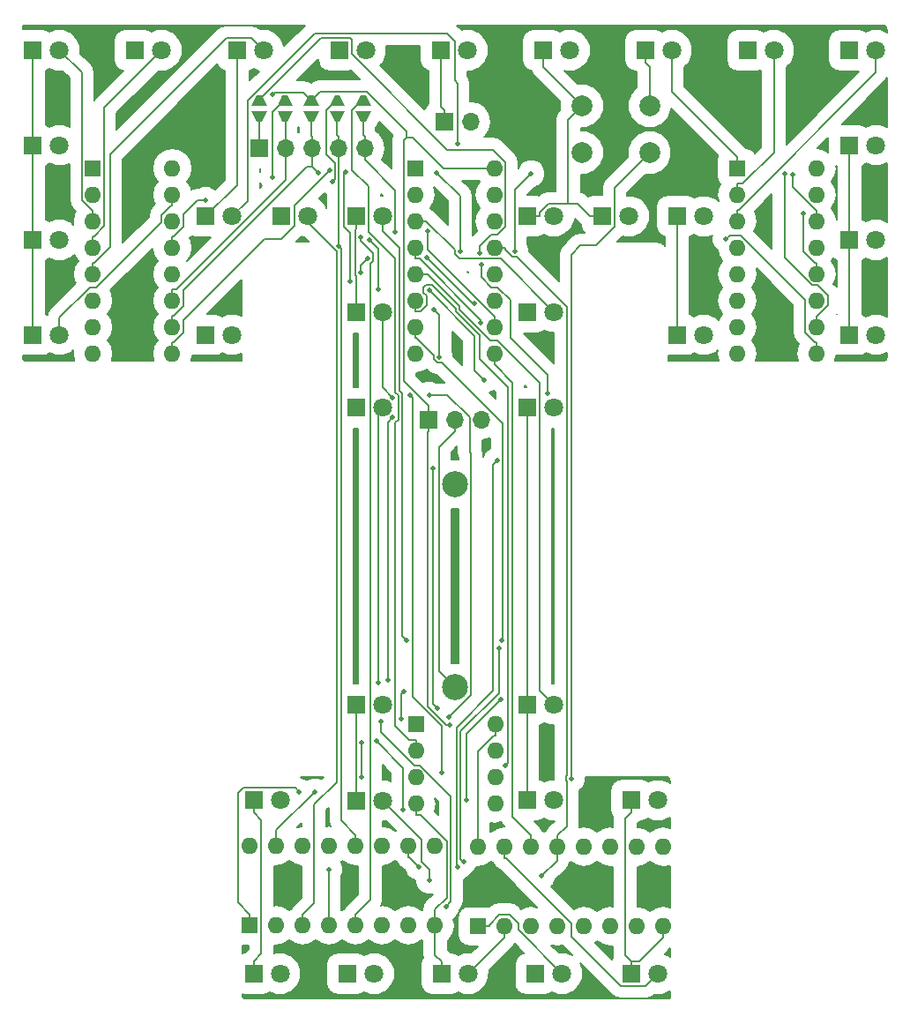
<source format=gbr>
G04 #@! TF.FileFunction,Copper,L1,Top,Signal*
%FSLAX46Y46*%
G04 Gerber Fmt 4.6, Leading zero omitted, Abs format (unit mm)*
G04 Created by KiCad (PCBNEW 4.0.7) date 08/16/18 21:35:53*
%MOMM*%
%LPD*%
G01*
G04 APERTURE LIST*
%ADD10C,0.100000*%
%ADD11R,1.800000X1.800000*%
%ADD12C,1.800000*%
%ADD13R,1.700000X1.700000*%
%ADD14O,1.700000X1.700000*%
%ADD15R,1.600000X1.600000*%
%ADD16O,1.600000X1.600000*%
%ADD17C,2.000000*%
%ADD18C,2.500000*%
%ADD19C,0.500000*%
%ADD20C,0.200000*%
G04 APERTURE END LIST*
D10*
D11*
X130683000Y-85217000D03*
D12*
X133223000Y-85217000D03*
D11*
X130683000Y-76117000D03*
D12*
X133223000Y-76117000D03*
D11*
X130683000Y-67017000D03*
D12*
X133223000Y-67017000D03*
D11*
X130683000Y-57917000D03*
D12*
X133223000Y-57917000D03*
D11*
X150283000Y-57917000D03*
D12*
X152823000Y-57917000D03*
D11*
X160083000Y-57917000D03*
D12*
X162623000Y-57917000D03*
D11*
X169883000Y-57917000D03*
D12*
X172423000Y-57917000D03*
D11*
X179683000Y-57917000D03*
D12*
X182223000Y-57917000D03*
D11*
X189483000Y-57917000D03*
D12*
X192023000Y-57917000D03*
D11*
X199283000Y-57917000D03*
D12*
X201823000Y-57917000D03*
D11*
X209083000Y-57917000D03*
D12*
X211623000Y-57917000D03*
D11*
X209083000Y-76117000D03*
D12*
X211623000Y-76117000D03*
D11*
X209083000Y-85217000D03*
D12*
X211623000Y-85217000D03*
D11*
X192557000Y-85217000D03*
D12*
X195097000Y-85217000D03*
D11*
X192557000Y-73837800D03*
D12*
X195097000Y-73837800D03*
D11*
X185369000Y-73837800D03*
D12*
X187909000Y-73837800D03*
D11*
X178156000Y-73837800D03*
D12*
X180696000Y-73837800D03*
D11*
X178156000Y-83037800D03*
D12*
X180696000Y-83037800D03*
D11*
X178156000Y-120699000D03*
D12*
X180696000Y-120699000D03*
D11*
X178156000Y-129899000D03*
D12*
X180696000Y-129899000D03*
D11*
X188156000Y-129899000D03*
D12*
X190696000Y-129899000D03*
D11*
X188150000Y-146558000D03*
D12*
X190690000Y-146558000D03*
D11*
X178950000Y-146558000D03*
D12*
X181490000Y-146558000D03*
D11*
X169926000Y-146558000D03*
D12*
X172466000Y-146558000D03*
D11*
X160902000Y-146558000D03*
D12*
X163442000Y-146558000D03*
D11*
X151877000Y-129899000D03*
D12*
X154417000Y-129899000D03*
D11*
X161734000Y-129921000D03*
D12*
X164274000Y-129921000D03*
D11*
X161734000Y-120699000D03*
D12*
X164274000Y-120699000D03*
D13*
X168656000Y-93345000D03*
D14*
X171196000Y-93345000D03*
X173736000Y-93345000D03*
D15*
X167450000Y-122618000D03*
D16*
X175070000Y-130238000D03*
X167450000Y-125158000D03*
X175070000Y-127698000D03*
X167450000Y-127698000D03*
X175070000Y-125158000D03*
X167450000Y-130238000D03*
X175070000Y-122618000D03*
D11*
X140483000Y-57917000D03*
D12*
X143023000Y-57917000D03*
D11*
X209083000Y-67017000D03*
D12*
X211623000Y-67017000D03*
D11*
X178156000Y-92237800D03*
D12*
X180696000Y-92237800D03*
D11*
X151877000Y-146558000D03*
D12*
X154417000Y-146558000D03*
D11*
X161734000Y-92237800D03*
D12*
X164274000Y-92237800D03*
D11*
X161734000Y-83037800D03*
D12*
X164274000Y-83037800D03*
D11*
X161734000Y-73837800D03*
D12*
X164274000Y-73837800D03*
D11*
X154496000Y-73850500D03*
D12*
X157036000Y-73850500D03*
D11*
X147256000Y-73850500D03*
D12*
X149796000Y-73850500D03*
D11*
X147256000Y-85217000D03*
D12*
X149796000Y-85217000D03*
D17*
X183388000Y-67746000D03*
X183388000Y-63246000D03*
X189888000Y-67746000D03*
X189888000Y-63246000D03*
D18*
X171196000Y-99569000D03*
X171196000Y-119069000D03*
D10*
G36*
X153150000Y-63750000D02*
X152650000Y-64750000D01*
X152150000Y-64750000D01*
X151650000Y-63750000D01*
X153150000Y-63750000D01*
X153150000Y-63750000D01*
G37*
G36*
X155650000Y-63750000D02*
X155150000Y-64750000D01*
X154650000Y-64750000D01*
X154150000Y-63750000D01*
X155650000Y-63750000D01*
X155650000Y-63750000D01*
G37*
G36*
X158150000Y-63750000D02*
X157650000Y-64750000D01*
X157150000Y-64750000D01*
X156650000Y-63750000D01*
X158150000Y-63750000D01*
X158150000Y-63750000D01*
G37*
G36*
X160650000Y-63750000D02*
X160150000Y-64750000D01*
X159650000Y-64750000D01*
X159150000Y-63750000D01*
X160650000Y-63750000D01*
X160650000Y-63750000D01*
G37*
G36*
X163150000Y-63750000D02*
X162650000Y-64750000D01*
X162150000Y-64750000D01*
X161650000Y-63750000D01*
X163150000Y-63750000D01*
X163150000Y-63750000D01*
G37*
G36*
X161650000Y-63250000D02*
X162150000Y-62250000D01*
X162650000Y-62250000D01*
X163150000Y-63250000D01*
X161650000Y-63250000D01*
X161650000Y-63250000D01*
G37*
G36*
X159150000Y-63250000D02*
X159650000Y-62250000D01*
X160150000Y-62250000D01*
X160650000Y-63250000D01*
X159150000Y-63250000D01*
X159150000Y-63250000D01*
G37*
G36*
X156650000Y-63250000D02*
X157150000Y-62250000D01*
X157650000Y-62250000D01*
X158150000Y-63250000D01*
X156650000Y-63250000D01*
X156650000Y-63250000D01*
G37*
G36*
X154150000Y-63250000D02*
X154650000Y-62250000D01*
X155150000Y-62250000D01*
X155650000Y-63250000D01*
X154150000Y-63250000D01*
X154150000Y-63250000D01*
G37*
G36*
X151650000Y-63250000D02*
X152150000Y-62250000D01*
X152650000Y-62250000D01*
X153150000Y-63250000D01*
X151650000Y-63250000D01*
X151650000Y-63250000D01*
G37*
D13*
X152400000Y-67310000D03*
D14*
X154940000Y-67310000D03*
X157480000Y-67310000D03*
X160020000Y-67310000D03*
X162560000Y-67310000D03*
D13*
X170180000Y-64770000D03*
D14*
X172720000Y-64770000D03*
D15*
X198298000Y-69215000D03*
D16*
X205918000Y-86995000D03*
X198298000Y-71755000D03*
X205918000Y-84455000D03*
X198298000Y-74295000D03*
X205918000Y-81915000D03*
X198298000Y-76835000D03*
X205918000Y-79375000D03*
X198298000Y-79375000D03*
X205918000Y-76835000D03*
X198298000Y-81915000D03*
X205918000Y-74295000D03*
X198298000Y-84455000D03*
X205918000Y-71755000D03*
X198298000Y-86995000D03*
X205918000Y-69215000D03*
D15*
X167373000Y-69215000D03*
D16*
X174993000Y-86995000D03*
X167373000Y-71755000D03*
X174993000Y-84455000D03*
X167373000Y-74295000D03*
X174993000Y-81915000D03*
X167373000Y-76835000D03*
X174993000Y-79375000D03*
X167373000Y-79375000D03*
X174993000Y-76835000D03*
X167373000Y-81915000D03*
X174993000Y-74295000D03*
X167373000Y-84455000D03*
X174993000Y-71755000D03*
X167373000Y-86995000D03*
X174993000Y-69215000D03*
D15*
X136449000Y-69215000D03*
D16*
X144069000Y-86995000D03*
X136449000Y-71755000D03*
X144069000Y-84455000D03*
X136449000Y-74295000D03*
X144069000Y-81915000D03*
X136449000Y-76835000D03*
X144069000Y-79375000D03*
X136449000Y-79375000D03*
X144069000Y-76835000D03*
X136449000Y-81915000D03*
X144069000Y-74295000D03*
X136449000Y-84455000D03*
X144069000Y-71755000D03*
X136449000Y-86995000D03*
X144069000Y-69215000D03*
D15*
X173418000Y-142002000D03*
D16*
X191198000Y-134382000D03*
X175958000Y-142002000D03*
X188658000Y-134382000D03*
X178498000Y-142002000D03*
X186118000Y-134382000D03*
X181038000Y-142002000D03*
X183578000Y-134382000D03*
X183578000Y-142002000D03*
X181038000Y-134382000D03*
X186118000Y-142002000D03*
X178498000Y-134382000D03*
X188658000Y-142002000D03*
X175958000Y-134382000D03*
X191198000Y-142002000D03*
X173418000Y-134382000D03*
D15*
X151511000Y-141922000D03*
D16*
X169291000Y-134302000D03*
X154051000Y-141922000D03*
X166751000Y-134302000D03*
X156591000Y-141922000D03*
X164211000Y-134302000D03*
X159131000Y-141922000D03*
X161671000Y-134302000D03*
X161671000Y-141922000D03*
X159131000Y-134302000D03*
X164211000Y-141922000D03*
X156591000Y-134302000D03*
X166751000Y-141922000D03*
X154051000Y-134302000D03*
X169291000Y-141922000D03*
X151511000Y-134302000D03*
D19*
X173666400Y-84053000D03*
X176062600Y-126603700D03*
X175735200Y-114536700D03*
X168753300Y-137603200D03*
X159143800Y-69453300D03*
X203634700Y-69804800D03*
X172018200Y-135790700D03*
X175423100Y-115294800D03*
X204668700Y-73555900D03*
X178530100Y-69755100D03*
X176962200Y-77200600D03*
X160072000Y-76730500D03*
X179519200Y-137194900D03*
X165427700Y-75348300D03*
X147277700Y-72325100D03*
X170716100Y-122673200D03*
X153721600Y-62116900D03*
X197232100Y-76045100D03*
X157762900Y-129072600D03*
X162237800Y-127662900D03*
X162225500Y-124378700D03*
X163842400Y-118574600D03*
X156223800Y-129079400D03*
X166244100Y-130847500D03*
X163634500Y-124189500D03*
X166049800Y-122071900D03*
X166304000Y-119431900D03*
X164771900Y-118399600D03*
X165237400Y-93160000D03*
X165237400Y-91247000D03*
X166538400Y-114536700D03*
X159109300Y-136556900D03*
X170324300Y-140126000D03*
X164094200Y-122334000D03*
X170589900Y-121923700D03*
X168735900Y-90985000D03*
X174015600Y-89549700D03*
X171476000Y-66903500D03*
X169445100Y-69645100D03*
X171700100Y-77214300D03*
X168496200Y-77797300D03*
X173034300Y-82240100D03*
X168711100Y-80967000D03*
X162175400Y-75821600D03*
X160734100Y-69582600D03*
X161143800Y-80089700D03*
X182383300Y-127803200D03*
X167726100Y-136270600D03*
X171476600Y-136270600D03*
X175249500Y-97313200D03*
X168581400Y-75266700D03*
X202831400Y-69734100D03*
X158066700Y-69682900D03*
X159428600Y-70519500D03*
X162826700Y-77900900D03*
X162138200Y-79250300D03*
X169113500Y-98041800D03*
X169508400Y-121057500D03*
X153710500Y-70105300D03*
X162991600Y-76136000D03*
X163825500Y-80892600D03*
X169159700Y-82766200D03*
X169721300Y-87349100D03*
X166874100Y-90985900D03*
X169950900Y-127256400D03*
X173542400Y-77390700D03*
X173715300Y-78451400D03*
X180054300Y-90859900D03*
X175627400Y-120206100D03*
X172268900Y-129886300D03*
D20*
X133223000Y-83557600D02*
X133223000Y-85217000D01*
X136135600Y-80645000D02*
X133223000Y-83557600D01*
X136732100Y-80645000D02*
X136135600Y-80645000D01*
X142988700Y-74388400D02*
X136732100Y-80645000D01*
X142988700Y-73780400D02*
X142988700Y-74388400D01*
X143933800Y-72835300D02*
X142988700Y-73780400D01*
X144069000Y-72835300D02*
X143933800Y-72835300D01*
X144069000Y-71755000D02*
X144069000Y-72835300D01*
X135368700Y-60062700D02*
X133223000Y-57917000D01*
X135368700Y-72269600D02*
X135368700Y-60062700D01*
X136313800Y-73214700D02*
X135368700Y-72269600D01*
X136449000Y-73214700D02*
X136313800Y-73214700D01*
X136449000Y-74295000D02*
X136449000Y-73214700D01*
X136560900Y-75754700D02*
X136449000Y-75754700D01*
X137529300Y-74786300D02*
X136560900Y-75754700D01*
X137529300Y-63410700D02*
X137529300Y-74786300D01*
X143023000Y-57917000D02*
X137529300Y-63410700D01*
X136449000Y-76835000D02*
X136449000Y-75754700D01*
X136560900Y-78294700D02*
X136449000Y-78294700D01*
X138105700Y-76749900D02*
X136560900Y-78294700D01*
X138105700Y-67867300D02*
X138105700Y-76749900D01*
X149236400Y-56736600D02*
X138105700Y-67867300D01*
X151642600Y-56736600D02*
X149236400Y-56736600D01*
X152823000Y-57917000D02*
X151642600Y-56736600D01*
X136449000Y-79375000D02*
X136449000Y-78294700D01*
X192023000Y-61859700D02*
X192023000Y-57917000D01*
X198298000Y-68134700D02*
X192023000Y-61859700D01*
X198298000Y-69215000D02*
X198298000Y-68134700D01*
X201823000Y-67689800D02*
X201823000Y-57917000D01*
X198838100Y-70674700D02*
X201823000Y-67689800D01*
X198298000Y-70674700D02*
X198838100Y-70674700D01*
X198298000Y-71755000D02*
X198298000Y-70674700D01*
X211623000Y-60024700D02*
X211623000Y-57917000D01*
X198433000Y-73214700D02*
X211623000Y-60024700D01*
X198298000Y-73214700D02*
X198433000Y-73214700D01*
X198298000Y-74295000D02*
X198298000Y-73214700D01*
X167373000Y-74295000D02*
X168453300Y-74295000D01*
X175579300Y-77921100D02*
X180696000Y-83037800D01*
X171657000Y-77921100D02*
X175579300Y-77921100D01*
X171169800Y-77433900D02*
X171657000Y-77921100D01*
X171169800Y-77011500D02*
X171169800Y-77433900D01*
X168453300Y-74295000D02*
X171169800Y-77011500D01*
X167373000Y-76835000D02*
X167373000Y-77915300D01*
X167783100Y-77915300D02*
X167373000Y-77915300D01*
X173666400Y-83798600D02*
X167783100Y-77915300D01*
X173666400Y-84053000D02*
X173666400Y-83798600D01*
X167373000Y-79375000D02*
X168453300Y-79375000D01*
X168579100Y-79375000D02*
X168453300Y-79375000D01*
X171652600Y-82448500D02*
X168579100Y-79375000D01*
X171652600Y-82789300D02*
X171652600Y-82448500D01*
X174588300Y-85725000D02*
X171652600Y-82789300D01*
X175257800Y-85725000D02*
X174588300Y-85725000D01*
X179336400Y-89803600D02*
X175257800Y-85725000D01*
X179336400Y-119339400D02*
X179336400Y-89803600D01*
X180696000Y-120699000D02*
X179336400Y-119339400D01*
X167373000Y-81915000D02*
X167373000Y-82995300D01*
X167874500Y-82995300D02*
X167373000Y-82995300D01*
X168462500Y-82407300D02*
X167874500Y-82995300D01*
X168462500Y-81468200D02*
X168462500Y-82407300D01*
X168180800Y-81186500D02*
X168462500Y-81468200D01*
X168180800Y-80700900D02*
X168180800Y-81186500D01*
X168447100Y-80434600D02*
X168180800Y-80700900D01*
X168990500Y-80434600D02*
X168447100Y-80434600D01*
X171272300Y-82716400D02*
X168990500Y-80434600D01*
X171272300Y-82946800D02*
X171272300Y-82716400D01*
X173598000Y-85272500D02*
X171272300Y-82946800D01*
X173598000Y-87540100D02*
X173598000Y-85272500D01*
X176326200Y-90268300D02*
X173598000Y-87540100D01*
X176326200Y-126340100D02*
X176326200Y-90268300D01*
X176062600Y-126603700D02*
X176326200Y-126340100D01*
X167373000Y-84455000D02*
X167373000Y-85535300D01*
X175779800Y-114492100D02*
X175735200Y-114536700D01*
X175779800Y-93718300D02*
X175779800Y-114492100D01*
X169940900Y-87879400D02*
X175779800Y-93718300D01*
X169501700Y-87879400D02*
X169940900Y-87879400D01*
X169191000Y-87568700D02*
X169501700Y-87879400D01*
X169191000Y-87241400D02*
X169191000Y-87568700D01*
X167484900Y-85535300D02*
X169191000Y-87241400D01*
X167373000Y-85535300D02*
X167484900Y-85535300D01*
X189509600Y-147738400D02*
X190690000Y-146558000D01*
X187123000Y-147738400D02*
X189509600Y-147738400D01*
X182345700Y-142961100D02*
X187123000Y-147738400D01*
X182345700Y-141715000D02*
X182345700Y-142961100D01*
X176093000Y-135462300D02*
X182345700Y-141715000D01*
X175958000Y-135462300D02*
X176093000Y-135462300D01*
X175958000Y-134382000D02*
X175958000Y-135462300D01*
X177273200Y-142341200D02*
X181490000Y-146558000D01*
X177273200Y-141766300D02*
X177273200Y-142341200D01*
X176427700Y-140920800D02*
X177273200Y-141766300D01*
X175444500Y-140920800D02*
X176427700Y-140920800D01*
X174498300Y-141867000D02*
X175444500Y-140920800D01*
X174498300Y-142002000D02*
X174498300Y-141867000D01*
X173418000Y-142002000D02*
X174498300Y-142002000D01*
X175941700Y-143082300D02*
X172466000Y-146558000D01*
X175958000Y-143082300D02*
X175941700Y-143082300D01*
X175958000Y-142002000D02*
X175958000Y-143082300D01*
X168753300Y-136547800D02*
X168753300Y-137603200D01*
X168021000Y-135815500D02*
X168753300Y-136547800D01*
X168021000Y-133668000D02*
X168021000Y-135815500D01*
X164274000Y-129921000D02*
X168021000Y-133668000D01*
X155829600Y-72767500D02*
X159143800Y-69453300D01*
X155829600Y-74732800D02*
X155829600Y-72767500D01*
X154546800Y-76015600D02*
X155829600Y-74732800D01*
X152934100Y-76015600D02*
X154546800Y-76015600D01*
X145149300Y-83800400D02*
X152934100Y-76015600D01*
X145149300Y-84969600D02*
X145149300Y-83800400D01*
X144204200Y-85914700D02*
X145149300Y-84969600D01*
X144069000Y-85914700D02*
X144204200Y-85914700D01*
X205833100Y-73214700D02*
X205918000Y-73214700D01*
X203634700Y-71016300D02*
X205833100Y-73214700D01*
X203634700Y-69804800D02*
X203634700Y-71016300D01*
X205918000Y-74295000D02*
X205918000Y-73214700D01*
X144069000Y-86995000D02*
X144069000Y-85914700D01*
X144069000Y-81915000D02*
X144069000Y-80834700D01*
X154940000Y-64290000D02*
X154900000Y-64250000D01*
X154940000Y-67310000D02*
X154940000Y-64290000D01*
X154940000Y-67310000D02*
X154940000Y-68440300D01*
X171738600Y-135511100D02*
X172018200Y-135790700D01*
X171738600Y-123291400D02*
X171738600Y-135511100D01*
X175423100Y-119606900D02*
X171738600Y-123291400D01*
X175423100Y-115294800D02*
X175423100Y-119606900D01*
X144485000Y-80834700D02*
X144069000Y-80834700D01*
X154940000Y-70379700D02*
X144485000Y-80834700D01*
X154940000Y-68440300D02*
X154940000Y-70379700D01*
X159900000Y-66059700D02*
X159900000Y-64250000D01*
X160020000Y-66179700D02*
X159900000Y-66059700D01*
X160020000Y-67310000D02*
X160020000Y-66179700D01*
X204668700Y-77180400D02*
X204668700Y-73555900D01*
X205783000Y-78294700D02*
X204668700Y-77180400D01*
X205918000Y-78294700D02*
X205783000Y-78294700D01*
X176962200Y-71323000D02*
X176962200Y-77200600D01*
X178530100Y-69755100D02*
X176962200Y-71323000D01*
X205918000Y-79375000D02*
X205918000Y-78294700D01*
X161671000Y-134302000D02*
X161671000Y-133221700D01*
X160020000Y-67310000D02*
X160020000Y-68440300D01*
X160281400Y-131832100D02*
X161671000Y-133221700D01*
X160281400Y-76939900D02*
X160281400Y-131832100D01*
X160072000Y-76730500D02*
X160281400Y-76939900D01*
X160072000Y-68492300D02*
X160020000Y-68440300D01*
X160072000Y-76730500D02*
X160072000Y-68492300D01*
X162400000Y-66019700D02*
X162400000Y-64250000D01*
X162560000Y-66179700D02*
X162400000Y-66019700D01*
X162560000Y-67310000D02*
X162560000Y-66179700D01*
X162560000Y-67310000D02*
X162560000Y-68440300D01*
X165487900Y-71368200D02*
X162560000Y-68440300D01*
X165487900Y-75288100D02*
X165487900Y-71368200D01*
X165427700Y-75348300D02*
X165487900Y-75288100D01*
X181038000Y-135676100D02*
X181038000Y-134382000D01*
X179519200Y-137194900D02*
X181038000Y-135676100D01*
X181038000Y-134382000D02*
X181038000Y-133301700D01*
X181934000Y-132405700D02*
X181038000Y-133301700D01*
X181934000Y-128103700D02*
X181934000Y-132405700D01*
X181853000Y-128022700D02*
X181934000Y-128103700D01*
X181853000Y-127583600D02*
X181853000Y-128022700D01*
X181927900Y-127508700D02*
X181853000Y-127583600D01*
X181927900Y-82538200D02*
X181927900Y-127508700D01*
X177120600Y-77730900D02*
X181927900Y-82538200D01*
X176742600Y-77730900D02*
X177120600Y-77730900D01*
X176073300Y-77061600D02*
X176742600Y-77730900D01*
X176073300Y-76835000D02*
X176073300Y-77061600D01*
X174993000Y-76835000D02*
X176073300Y-76835000D01*
X146497400Y-72325100D02*
X147277700Y-72325100D01*
X145149300Y-73673200D02*
X146497400Y-72325100D01*
X145149300Y-74809600D02*
X145149300Y-73673200D01*
X144204200Y-75754700D02*
X145149300Y-74809600D01*
X144069000Y-75754700D02*
X144204200Y-75754700D01*
X144069000Y-76835000D02*
X144069000Y-75754700D01*
X174958100Y-123698300D02*
X175070000Y-123698300D01*
X173418000Y-125238400D02*
X174958100Y-123698300D01*
X173418000Y-134382000D02*
X173418000Y-125238400D01*
X175070000Y-122618000D02*
X175070000Y-123698300D01*
X168656000Y-93345000D02*
X168656000Y-92214700D01*
X168656000Y-93345000D02*
X168656000Y-94475300D01*
X170092800Y-69215000D02*
X174993000Y-69215000D01*
X167148700Y-66270900D02*
X170092800Y-69215000D01*
X166551900Y-66270900D02*
X167148700Y-66270900D01*
X158227700Y-61922300D02*
X157400000Y-62750000D01*
X162756500Y-61922300D02*
X158227700Y-61922300D01*
X166551900Y-65717700D02*
X162756500Y-61922300D01*
X166551900Y-66270900D02*
X166551900Y-65717700D01*
X156619600Y-61969600D02*
X157400000Y-62750000D01*
X153868900Y-61969600D02*
X156619600Y-61969600D01*
X153721600Y-62116900D02*
X153868900Y-61969600D01*
X166292600Y-66530200D02*
X166551900Y-66270900D01*
X166292600Y-89654500D02*
X166292600Y-66530200D01*
X168656000Y-92017900D02*
X166292600Y-89654500D01*
X168656000Y-92214700D02*
X168656000Y-92017900D01*
X170374200Y-122673200D02*
X170716100Y-122673200D01*
X168583200Y-120882200D02*
X170374200Y-122673200D01*
X168583200Y-94548100D02*
X168583200Y-120882200D01*
X168656000Y-94475300D02*
X168583200Y-94548100D01*
X197589600Y-75687600D02*
X197232100Y-76045100D01*
X198678800Y-75687600D02*
X197589600Y-75687600D01*
X204837700Y-81846500D02*
X198678800Y-75687600D01*
X204837700Y-84969600D02*
X204837700Y-81846500D01*
X205782800Y-85914700D02*
X204837700Y-84969600D01*
X205918000Y-85914700D02*
X205782800Y-85914700D01*
X205918000Y-86995000D02*
X205918000Y-85914700D01*
X176706600Y-131510300D02*
X178498000Y-133301700D01*
X176706600Y-89788900D02*
X176706600Y-131510300D01*
X174993000Y-88075300D02*
X176706600Y-89788900D01*
X174993000Y-86995000D02*
X174993000Y-88075300D01*
X178498000Y-134382000D02*
X178498000Y-133301700D01*
X154051000Y-132784500D02*
X157762900Y-129072600D01*
X154051000Y-134302000D02*
X154051000Y-132784500D01*
X162237800Y-124391000D02*
X162225500Y-124378700D01*
X162237800Y-127662900D02*
X162237800Y-124391000D01*
X163842400Y-92669400D02*
X164274000Y-92237800D01*
X163842400Y-118574600D02*
X163842400Y-92669400D01*
X155862800Y-128718400D02*
X156223800Y-129079400D01*
X150860500Y-128718400D02*
X155862800Y-128718400D01*
X150378300Y-129200600D02*
X150860500Y-128718400D01*
X150378300Y-139709000D02*
X150378300Y-129200600D01*
X151511000Y-140841700D02*
X150378300Y-139709000D01*
X166244100Y-126799100D02*
X163634500Y-124189500D01*
X166244100Y-130847500D02*
X166244100Y-126799100D01*
X166049800Y-119686100D02*
X166304000Y-119431900D01*
X166049800Y-122071900D02*
X166049800Y-119686100D01*
X164771900Y-93625500D02*
X165237400Y-93160000D01*
X164771900Y-118399600D02*
X164771900Y-93625500D01*
X164274000Y-90283600D02*
X164274000Y-83037800D01*
X165237400Y-91247000D02*
X164274000Y-90283600D01*
X151511000Y-141922000D02*
X151511000Y-140841700D01*
X164274000Y-75244800D02*
X164274000Y-73837800D01*
X165868100Y-76838900D02*
X164274000Y-75244800D01*
X165868100Y-90589900D02*
X165868100Y-76838900D01*
X166148000Y-90869800D02*
X165868100Y-90589900D01*
X166148000Y-114146300D02*
X166148000Y-90869800D01*
X166538400Y-114536700D02*
X166148000Y-114146300D01*
X156591000Y-141922000D02*
X156591000Y-140841700D01*
X157671300Y-139761400D02*
X156591000Y-140841700D01*
X157671300Y-130317100D02*
X157671300Y-139761400D01*
X159845300Y-128143100D02*
X157671300Y-130317100D01*
X159845300Y-77253700D02*
X159845300Y-128143100D01*
X157036000Y-74444400D02*
X159845300Y-77253700D01*
X157036000Y-73850500D02*
X157036000Y-74444400D01*
X159109300Y-140820000D02*
X159109300Y-136556900D01*
X159131000Y-140841700D02*
X159109300Y-140820000D01*
X164094200Y-123364100D02*
X164094200Y-122334000D01*
X167292600Y-126562500D02*
X164094200Y-123364100D01*
X167842400Y-126562500D02*
X167292600Y-126562500D01*
X170814000Y-129534100D02*
X167842400Y-126562500D01*
X170814000Y-139636300D02*
X170814000Y-129534100D01*
X170324300Y-140126000D02*
X170814000Y-139636300D01*
X170486700Y-90985000D02*
X168735900Y-90985000D01*
X172605600Y-93103900D02*
X170486700Y-90985000D01*
X172605600Y-96504100D02*
X172605600Y-93103900D01*
X172731000Y-96629500D02*
X172605600Y-96504100D01*
X172731000Y-119782600D02*
X172731000Y-96629500D01*
X170589900Y-121923700D02*
X172731000Y-119782600D01*
X171700100Y-71900100D02*
X171700100Y-77214300D01*
X169445100Y-69645100D02*
X171700100Y-71900100D01*
X172939000Y-82240100D02*
X173034300Y-82240100D01*
X168496200Y-77797300D02*
X172939000Y-82240100D01*
X159131000Y-141922000D02*
X159131000Y-140841700D01*
X173092300Y-88626400D02*
X174015600Y-89549700D01*
X173092300Y-85348200D02*
X173092300Y-88626400D01*
X168711100Y-80967000D02*
X173092300Y-85348200D01*
X171476000Y-61087600D02*
X171476000Y-66903500D01*
X171198300Y-60809900D02*
X171476000Y-61087600D01*
X171198300Y-57020600D02*
X171198300Y-60809900D01*
X170466300Y-56288600D02*
X171198300Y-57020600D01*
X157712800Y-56288600D02*
X170466300Y-56288600D01*
X151269600Y-62731800D02*
X157712800Y-56288600D01*
X151269600Y-72376900D02*
X151269600Y-62731800D01*
X149796000Y-73850500D02*
X151269600Y-72376900D01*
X162175400Y-76202200D02*
X162175400Y-75821600D01*
X163357100Y-77383900D02*
X162175400Y-76202200D01*
X163357100Y-78120600D02*
X163357100Y-77383900D01*
X163056900Y-78420800D02*
X163357100Y-78120600D01*
X163056900Y-139455800D02*
X163056900Y-78420800D01*
X161671000Y-140841700D02*
X163056900Y-139455800D01*
X161671000Y-141922000D02*
X161671000Y-140841700D01*
X171196000Y-93910100D02*
X171196000Y-94475300D01*
X171196000Y-93910100D02*
X171196000Y-93345000D01*
X161143800Y-75443900D02*
X161143800Y-80089700D01*
X160553400Y-74853500D02*
X161143800Y-75443900D01*
X160553400Y-69763300D02*
X160553400Y-74853500D01*
X160734100Y-69582600D02*
X160553400Y-69763300D01*
X169643800Y-96027500D02*
X171196000Y-94475300D01*
X169643800Y-117516800D02*
X169643800Y-96027500D01*
X171196000Y-119069000D02*
X169643800Y-117516800D01*
X182383300Y-77523800D02*
X182383300Y-127803200D01*
X183269300Y-76637800D02*
X182383300Y-77523800D01*
X184765300Y-76637800D02*
X183269300Y-76637800D01*
X186549400Y-74853700D02*
X184765300Y-76637800D01*
X186549400Y-71084600D02*
X186549400Y-74853700D01*
X189888000Y-67746000D02*
X186549400Y-71084600D01*
X169926000Y-146558000D02*
X169926000Y-145377700D01*
X188902600Y-145377700D02*
X188150000Y-145377700D01*
X191198000Y-143082300D02*
X188902600Y-145377700D01*
X191198000Y-142002000D02*
X191198000Y-143082300D01*
X169883000Y-63342700D02*
X169883000Y-57917000D01*
X170180000Y-63639700D02*
X169883000Y-63342700D01*
X170180000Y-64770000D02*
X170180000Y-63639700D01*
X189888000Y-59502300D02*
X189483000Y-59097300D01*
X189888000Y-63246000D02*
X189888000Y-59502300D01*
X189483000Y-57917000D02*
X189483000Y-59097300D01*
X209083000Y-67017000D02*
X209083000Y-76117000D01*
X152611500Y-131813800D02*
X151877000Y-131079300D01*
X152611500Y-144643200D02*
X152611500Y-131813800D01*
X151877000Y-145377700D02*
X152611500Y-144643200D01*
X151877000Y-146558000D02*
X151877000Y-145377700D01*
X151877000Y-129899000D02*
X151877000Y-131079300D01*
X169291000Y-144742700D02*
X169291000Y-141922000D01*
X169926000Y-145377700D02*
X169291000Y-144742700D01*
X169291000Y-141922000D02*
X169291000Y-140841700D01*
X167450000Y-130238000D02*
X167450000Y-131318300D01*
X188150000Y-146558000D02*
X188150000Y-145967800D01*
X188150000Y-145967800D02*
X188150000Y-145377700D01*
X187564700Y-131670600D02*
X188156000Y-131079300D01*
X187564700Y-144792400D02*
X187564700Y-131670600D01*
X188150000Y-145377700D02*
X187564700Y-144792400D01*
X188156000Y-129899000D02*
X188156000Y-131079300D01*
X178156000Y-129899000D02*
X178156000Y-120699000D01*
X178156000Y-120699000D02*
X178156000Y-92237800D01*
X150283000Y-57917000D02*
X150283000Y-59097300D01*
X178156000Y-73837800D02*
X179336300Y-73837800D01*
X185369000Y-73837800D02*
X184188700Y-73837800D01*
X180147800Y-72657500D02*
X182076100Y-72657500D01*
X179336300Y-73469000D02*
X180147800Y-72657500D01*
X179336300Y-73837800D02*
X179336300Y-73469000D01*
X183008400Y-72657500D02*
X184188700Y-73837800D01*
X182076100Y-72657500D02*
X183008400Y-72657500D01*
X209083000Y-85217000D02*
X209083000Y-76117000D01*
X192557000Y-85217000D02*
X192557000Y-73837800D01*
X182076100Y-64557900D02*
X183388000Y-63246000D01*
X182076100Y-72657500D02*
X182076100Y-64557900D01*
X179683000Y-59541000D02*
X179683000Y-57917000D01*
X183388000Y-63246000D02*
X179683000Y-59541000D01*
X130683000Y-57917000D02*
X130683000Y-67017000D01*
X130683000Y-67017000D02*
X130683000Y-76117000D01*
X130683000Y-76117000D02*
X130683000Y-85217000D01*
X161734000Y-120699000D02*
X161734000Y-121879300D01*
X161734000Y-129921000D02*
X161734000Y-128740700D01*
X161734000Y-73837800D02*
X161734000Y-75018100D01*
X161734000Y-83037800D02*
X161734000Y-81857500D01*
X150283000Y-70823500D02*
X147256000Y-73850500D01*
X150283000Y-59097300D02*
X150283000Y-70823500D01*
X169291000Y-140409400D02*
X169291000Y-140841700D01*
X170433600Y-139266800D02*
X169291000Y-140409400D01*
X170433600Y-133854200D02*
X170433600Y-139266800D01*
X167897700Y-131318300D02*
X170433600Y-133854200D01*
X167450000Y-131318300D02*
X167897700Y-131318300D01*
X161695200Y-128701900D02*
X161734000Y-128740700D01*
X161695200Y-121918100D02*
X161695200Y-128701900D01*
X161734000Y-121879300D02*
X161695200Y-121918100D01*
X161734000Y-79596000D02*
X161734000Y-81857500D01*
X161607900Y-79469900D02*
X161734000Y-79596000D01*
X161607900Y-75144200D02*
X161607900Y-79469900D01*
X161734000Y-75018100D02*
X161607900Y-75144200D01*
X152400000Y-67310000D02*
X152400000Y-64250000D01*
X157400000Y-66099700D02*
X157400000Y-64250000D01*
X157480000Y-66179700D02*
X157400000Y-66099700D01*
X157480000Y-67310000D02*
X157480000Y-66179700D01*
X166837800Y-135382300D02*
X167726100Y-136270600D01*
X166751000Y-135382300D02*
X166837800Y-135382300D01*
X166751000Y-134302000D02*
X166751000Y-135382300D01*
X174993000Y-84455000D02*
X174993000Y-83374700D01*
X206029900Y-83374700D02*
X205918000Y-83374700D01*
X207035900Y-82368700D02*
X206029900Y-83374700D01*
X207035900Y-81485800D02*
X207035900Y-82368700D01*
X206010700Y-80460600D02*
X207035900Y-81485800D01*
X205474200Y-80460600D02*
X206010700Y-80460600D01*
X202831400Y-77817800D02*
X205474200Y-80460600D01*
X202831400Y-69734100D02*
X202831400Y-77817800D01*
X205918000Y-84455000D02*
X205918000Y-83374700D01*
X171358300Y-136152300D02*
X171476600Y-136270600D01*
X171358300Y-122905700D02*
X171358300Y-136152300D01*
X174866400Y-119397600D02*
X171358300Y-122905700D01*
X174866400Y-97696300D02*
X174866400Y-119397600D01*
X175249500Y-97313200D02*
X174866400Y-97696300D01*
X168581400Y-77037300D02*
X168581400Y-75266700D01*
X174918800Y-83374700D02*
X168581400Y-77037300D01*
X174993000Y-83374700D02*
X174918800Y-83374700D01*
X156994400Y-69096200D02*
X157480000Y-69096200D01*
X145149300Y-80941300D02*
X156994400Y-69096200D01*
X145149300Y-82429600D02*
X145149300Y-80941300D01*
X144204200Y-83374700D02*
X145149300Y-82429600D01*
X144069000Y-83374700D02*
X144204200Y-83374700D01*
X158066700Y-69682900D02*
X157480000Y-69096200D01*
X157480000Y-69096200D02*
X157480000Y-67310000D01*
X144069000Y-84455000D02*
X144069000Y-83374700D01*
X167450000Y-125158000D02*
X167450000Y-124077700D01*
X162232300Y-62750000D02*
X162400000Y-62750000D01*
X161336700Y-63645600D02*
X162232300Y-62750000D01*
X161336700Y-69386000D02*
X161336700Y-63645600D01*
X162914400Y-70963700D02*
X161336700Y-69386000D01*
X162914400Y-75308900D02*
X162914400Y-70963700D01*
X165487700Y-77882200D02*
X162914400Y-75308900D01*
X165487700Y-90747300D02*
X165487700Y-77882200D01*
X165767700Y-91027300D02*
X165487700Y-90747300D01*
X165767700Y-93379700D02*
X165767700Y-91027300D01*
X165487700Y-93659700D02*
X165767700Y-93379700D01*
X165487700Y-122721200D02*
X165487700Y-93659700D01*
X166844200Y-124077700D02*
X165487700Y-122721200D01*
X167450000Y-124077700D02*
X166844200Y-124077700D01*
X162138200Y-78589400D02*
X162826700Y-77900900D01*
X162138200Y-79250300D02*
X162138200Y-78589400D01*
X169113500Y-120662600D02*
X169113500Y-98041800D01*
X169508400Y-121057500D02*
X169113500Y-120662600D01*
X159753600Y-62750000D02*
X159900000Y-62750000D01*
X158856800Y-63646800D02*
X159753600Y-62750000D01*
X158856800Y-67929600D02*
X158856800Y-63646800D01*
X159674100Y-68746900D02*
X158856800Y-67929600D01*
X159674100Y-70274000D02*
X159674100Y-68746900D01*
X159428600Y-70519500D02*
X159674100Y-70274000D01*
X153710500Y-63793100D02*
X153710500Y-70105300D01*
X154753600Y-62750000D02*
X153710500Y-63793100D01*
X154900000Y-62750000D02*
X154753600Y-62750000D01*
X163825500Y-76969900D02*
X163825500Y-80892600D01*
X162991600Y-76136000D02*
X163825500Y-76969900D01*
X169721300Y-83327800D02*
X169721300Y-87349100D01*
X169159700Y-82766200D02*
X169721300Y-83327800D01*
X169950900Y-122787600D02*
X169950900Y-127256400D01*
X167120200Y-119956900D02*
X169950900Y-122787600D01*
X167120200Y-91232000D02*
X167120200Y-119956900D01*
X166874100Y-90985900D02*
X167120200Y-91232000D01*
X180054300Y-89026200D02*
X180054300Y-90859900D01*
X176517200Y-85489100D02*
X180054300Y-89026200D01*
X176517200Y-81890900D02*
X176517200Y-85489100D01*
X175271300Y-80645000D02*
X176517200Y-81890900D01*
X174662800Y-80645000D02*
X175271300Y-80645000D01*
X173715300Y-79697500D02*
X174662800Y-80645000D01*
X173715300Y-78451400D02*
X173715300Y-79697500D01*
X172268900Y-123564600D02*
X172268900Y-129886300D01*
X175627400Y-120206100D02*
X172268900Y-123564600D01*
X152400000Y-62688600D02*
X152400000Y-62750000D01*
X158352000Y-56736600D02*
X152400000Y-62688600D01*
X161110800Y-56736600D02*
X158352000Y-56736600D01*
X161263400Y-56889200D02*
X161110800Y-56736600D01*
X161263400Y-58245500D02*
X161263400Y-56889200D01*
X170451700Y-67433800D02*
X161263400Y-58245500D01*
X174808300Y-67433800D02*
X170451700Y-67433800D01*
X176073300Y-68698800D02*
X174808300Y-67433800D01*
X176073300Y-74798900D02*
X176073300Y-68698800D01*
X175307200Y-75565000D02*
X176073300Y-74798900D01*
X174697100Y-75565000D02*
X175307200Y-75565000D01*
X173542400Y-76719700D02*
X174697100Y-75565000D01*
X173542400Y-77390700D02*
X173542400Y-76719700D01*
G36*
X168091000Y-143398612D02*
X168091000Y-144742700D01*
X168142650Y-145002360D01*
X167992812Y-145221654D01*
X167904450Y-145658000D01*
X167904450Y-147458000D01*
X167981152Y-147865636D01*
X168222064Y-148240024D01*
X168589654Y-148491188D01*
X169026000Y-148579550D01*
X170826000Y-148579550D01*
X171233636Y-148502848D01*
X171508499Y-148325979D01*
X172066430Y-148557652D01*
X172862079Y-148558346D01*
X173597429Y-148254506D01*
X174160529Y-147692388D01*
X174465652Y-146957570D01*
X174466265Y-146254791D01*
X176757405Y-143963651D01*
X176806528Y-143930828D01*
X176950421Y-143715477D01*
X177815515Y-144580571D01*
X177642364Y-144613152D01*
X177267976Y-144854064D01*
X177016812Y-145221654D01*
X176928450Y-145658000D01*
X176928450Y-147458000D01*
X177005152Y-147865636D01*
X177246064Y-148240024D01*
X177613654Y-148491188D01*
X178050000Y-148579550D01*
X179850000Y-148579550D01*
X180257636Y-148502848D01*
X180532499Y-148325979D01*
X181090430Y-148557652D01*
X181886079Y-148558346D01*
X182621429Y-148254506D01*
X183184529Y-147692388D01*
X183489652Y-146957570D01*
X183490346Y-146161921D01*
X183237479Y-145549935D01*
X186274472Y-148586928D01*
X186663780Y-148847055D01*
X187123000Y-148938400D01*
X189509600Y-148938400D01*
X189968820Y-148847055D01*
X190358128Y-148586928D01*
X190387319Y-148557737D01*
X191086079Y-148558346D01*
X191821429Y-148254506D01*
X191865000Y-148211011D01*
X191865000Y-148728271D01*
X191836501Y-148871547D01*
X191820897Y-148894899D01*
X191797548Y-148910500D01*
X191654271Y-148939000D01*
X151245730Y-148939000D01*
X151005250Y-148891165D01*
X150899497Y-148820503D01*
X150828835Y-148714750D01*
X150794594Y-148542612D01*
X150977000Y-148579550D01*
X152777000Y-148579550D01*
X153184636Y-148502848D01*
X153459499Y-148325979D01*
X154017430Y-148557652D01*
X154813079Y-148558346D01*
X155548429Y-148254506D01*
X156111529Y-147692388D01*
X156416652Y-146957570D01*
X156417346Y-146161921D01*
X156209131Y-145658000D01*
X158880450Y-145658000D01*
X158880450Y-147458000D01*
X158957152Y-147865636D01*
X159198064Y-148240024D01*
X159565654Y-148491188D01*
X160002000Y-148579550D01*
X161802000Y-148579550D01*
X162209636Y-148502848D01*
X162484499Y-148325979D01*
X163042430Y-148557652D01*
X163838079Y-148558346D01*
X164573429Y-148254506D01*
X165136529Y-147692388D01*
X165441652Y-146957570D01*
X165442346Y-146161921D01*
X165138506Y-145426571D01*
X164576388Y-144863471D01*
X163841570Y-144558348D01*
X163045921Y-144557654D01*
X162481423Y-144790900D01*
X162238346Y-144624812D01*
X161802000Y-144536450D01*
X160002000Y-144536450D01*
X159594364Y-144613152D01*
X159219976Y-144854064D01*
X158968812Y-145221654D01*
X158880450Y-145658000D01*
X156209131Y-145658000D01*
X156113506Y-145426571D01*
X155551388Y-144863471D01*
X154816570Y-144558348D01*
X154020921Y-144557654D01*
X153811287Y-144644273D01*
X153811500Y-144643200D01*
X153811500Y-143811583D01*
X154051000Y-143859223D01*
X154778099Y-143714594D01*
X155321000Y-143351839D01*
X155863901Y-143714594D01*
X156591000Y-143859223D01*
X157318099Y-143714594D01*
X157861000Y-143351839D01*
X158403901Y-143714594D01*
X159131000Y-143859223D01*
X159858099Y-143714594D01*
X160401000Y-143351839D01*
X160943901Y-143714594D01*
X161671000Y-143859223D01*
X162398099Y-143714594D01*
X162941000Y-143351839D01*
X163483901Y-143714594D01*
X164211000Y-143859223D01*
X164938099Y-143714594D01*
X165481000Y-143351839D01*
X166023901Y-143714594D01*
X166751000Y-143859223D01*
X167478099Y-143714594D01*
X168021000Y-143351839D01*
X168091000Y-143398612D01*
X168091000Y-143398612D01*
G37*
X168091000Y-143398612D02*
X168091000Y-144742700D01*
X168142650Y-145002360D01*
X167992812Y-145221654D01*
X167904450Y-145658000D01*
X167904450Y-147458000D01*
X167981152Y-147865636D01*
X168222064Y-148240024D01*
X168589654Y-148491188D01*
X169026000Y-148579550D01*
X170826000Y-148579550D01*
X171233636Y-148502848D01*
X171508499Y-148325979D01*
X172066430Y-148557652D01*
X172862079Y-148558346D01*
X173597429Y-148254506D01*
X174160529Y-147692388D01*
X174465652Y-146957570D01*
X174466265Y-146254791D01*
X176757405Y-143963651D01*
X176806528Y-143930828D01*
X176950421Y-143715477D01*
X177815515Y-144580571D01*
X177642364Y-144613152D01*
X177267976Y-144854064D01*
X177016812Y-145221654D01*
X176928450Y-145658000D01*
X176928450Y-147458000D01*
X177005152Y-147865636D01*
X177246064Y-148240024D01*
X177613654Y-148491188D01*
X178050000Y-148579550D01*
X179850000Y-148579550D01*
X180257636Y-148502848D01*
X180532499Y-148325979D01*
X181090430Y-148557652D01*
X181886079Y-148558346D01*
X182621429Y-148254506D01*
X183184529Y-147692388D01*
X183489652Y-146957570D01*
X183490346Y-146161921D01*
X183237479Y-145549935D01*
X186274472Y-148586928D01*
X186663780Y-148847055D01*
X187123000Y-148938400D01*
X189509600Y-148938400D01*
X189968820Y-148847055D01*
X190358128Y-148586928D01*
X190387319Y-148557737D01*
X191086079Y-148558346D01*
X191821429Y-148254506D01*
X191865000Y-148211011D01*
X191865000Y-148728271D01*
X191836501Y-148871547D01*
X191820897Y-148894899D01*
X191797548Y-148910500D01*
X191654271Y-148939000D01*
X151245730Y-148939000D01*
X151005250Y-148891165D01*
X150899497Y-148820503D01*
X150828835Y-148714750D01*
X150794594Y-148542612D01*
X150977000Y-148579550D01*
X152777000Y-148579550D01*
X153184636Y-148502848D01*
X153459499Y-148325979D01*
X154017430Y-148557652D01*
X154813079Y-148558346D01*
X155548429Y-148254506D01*
X156111529Y-147692388D01*
X156416652Y-146957570D01*
X156417346Y-146161921D01*
X156209131Y-145658000D01*
X158880450Y-145658000D01*
X158880450Y-147458000D01*
X158957152Y-147865636D01*
X159198064Y-148240024D01*
X159565654Y-148491188D01*
X160002000Y-148579550D01*
X161802000Y-148579550D01*
X162209636Y-148502848D01*
X162484499Y-148325979D01*
X163042430Y-148557652D01*
X163838079Y-148558346D01*
X164573429Y-148254506D01*
X165136529Y-147692388D01*
X165441652Y-146957570D01*
X165442346Y-146161921D01*
X165138506Y-145426571D01*
X164576388Y-144863471D01*
X163841570Y-144558348D01*
X163045921Y-144557654D01*
X162481423Y-144790900D01*
X162238346Y-144624812D01*
X161802000Y-144536450D01*
X160002000Y-144536450D01*
X159594364Y-144613152D01*
X159219976Y-144854064D01*
X158968812Y-145221654D01*
X158880450Y-145658000D01*
X156209131Y-145658000D01*
X156113506Y-145426571D01*
X155551388Y-144863471D01*
X154816570Y-144558348D01*
X154020921Y-144557654D01*
X153811287Y-144644273D01*
X153811500Y-144643200D01*
X153811500Y-143811583D01*
X154051000Y-143859223D01*
X154778099Y-143714594D01*
X155321000Y-143351839D01*
X155863901Y-143714594D01*
X156591000Y-143859223D01*
X157318099Y-143714594D01*
X157861000Y-143351839D01*
X158403901Y-143714594D01*
X159131000Y-143859223D01*
X159858099Y-143714594D01*
X160401000Y-143351839D01*
X160943901Y-143714594D01*
X161671000Y-143859223D01*
X162398099Y-143714594D01*
X162941000Y-143351839D01*
X163483901Y-143714594D01*
X164211000Y-143859223D01*
X164938099Y-143714594D01*
X165481000Y-143351839D01*
X166023901Y-143714594D01*
X166751000Y-143859223D01*
X167478099Y-143714594D01*
X168021000Y-143351839D01*
X168091000Y-143398612D01*
G36*
X185390901Y-143794594D02*
X186118000Y-143939223D01*
X186364700Y-143890151D01*
X186364700Y-144792400D01*
X186397487Y-144957228D01*
X186251923Y-145170267D01*
X184647479Y-143565823D01*
X184848000Y-143431839D01*
X185390901Y-143794594D01*
X185390901Y-143794594D01*
G37*
X185390901Y-143794594D02*
X186118000Y-143939223D01*
X186364700Y-143890151D01*
X186364700Y-144792400D01*
X186397487Y-144957228D01*
X186251923Y-145170267D01*
X184647479Y-143565823D01*
X184848000Y-143431839D01*
X185390901Y-143794594D01*
G36*
X191865000Y-144904154D02*
X191824388Y-144863471D01*
X191322350Y-144655006D01*
X191865000Y-144112356D01*
X191865000Y-144904154D01*
X191865000Y-144904154D01*
G37*
X191865000Y-144904154D02*
X191824388Y-144863471D01*
X191322350Y-144655006D01*
X191865000Y-144112356D01*
X191865000Y-144904154D01*
G36*
X181038000Y-143939223D02*
X181529084Y-143841540D01*
X182498913Y-144811369D01*
X181889570Y-144558348D01*
X181186791Y-144557735D01*
X180451646Y-143822590D01*
X181038000Y-143939223D01*
X181038000Y-143939223D01*
G37*
X181038000Y-143939223D02*
X181529084Y-143841540D01*
X182498913Y-144811369D01*
X181889570Y-144558348D01*
X181186791Y-144557735D01*
X180451646Y-143822590D01*
X181038000Y-143939223D01*
G36*
X174848915Y-135919359D02*
X174849345Y-135921520D01*
X175109472Y-136310828D01*
X175498780Y-136570955D01*
X175506044Y-136572400D01*
X179122677Y-140189033D01*
X178498000Y-140064777D01*
X177770901Y-140209406D01*
X177556572Y-140352616D01*
X177276228Y-140072272D01*
X176886920Y-139812145D01*
X176427700Y-139720800D01*
X175444500Y-139720800D01*
X174985280Y-139812145D01*
X174595972Y-140072272D01*
X174525520Y-140142724D01*
X174218000Y-140080450D01*
X172618000Y-140080450D01*
X172210364Y-140157152D01*
X171835976Y-140398064D01*
X171584812Y-140765654D01*
X171496450Y-141202000D01*
X171496450Y-142802000D01*
X171573152Y-143209636D01*
X171814064Y-143584024D01*
X172181654Y-143835188D01*
X172618000Y-143923550D01*
X173403394Y-143923550D01*
X172768681Y-144558263D01*
X172069921Y-144557654D01*
X171505423Y-144790900D01*
X171262346Y-144624812D01*
X170826000Y-144536450D01*
X170779391Y-144536450D01*
X170774528Y-144529172D01*
X170491000Y-144245644D01*
X170491000Y-143398612D01*
X170634503Y-143302726D01*
X171046371Y-142686322D01*
X171191000Y-141959223D01*
X171191000Y-141884777D01*
X171070389Y-141278425D01*
X171088015Y-141271142D01*
X171468107Y-140891712D01*
X171618975Y-140528381D01*
X171662528Y-140484828D01*
X171922655Y-140095520D01*
X172014000Y-139636300D01*
X172014000Y-137509253D01*
X172240315Y-137415742D01*
X172620407Y-137036312D01*
X172637317Y-136995589D01*
X172781915Y-136935842D01*
X173162007Y-136556412D01*
X173272513Y-136290284D01*
X173418000Y-136319223D01*
X174145099Y-136174594D01*
X174688000Y-135811839D01*
X174848915Y-135919359D01*
X174848915Y-135919359D01*
G37*
X174848915Y-135919359D02*
X174849345Y-135921520D01*
X175109472Y-136310828D01*
X175498780Y-136570955D01*
X175506044Y-136572400D01*
X179122677Y-140189033D01*
X178498000Y-140064777D01*
X177770901Y-140209406D01*
X177556572Y-140352616D01*
X177276228Y-140072272D01*
X176886920Y-139812145D01*
X176427700Y-139720800D01*
X175444500Y-139720800D01*
X174985280Y-139812145D01*
X174595972Y-140072272D01*
X174525520Y-140142724D01*
X174218000Y-140080450D01*
X172618000Y-140080450D01*
X172210364Y-140157152D01*
X171835976Y-140398064D01*
X171584812Y-140765654D01*
X171496450Y-141202000D01*
X171496450Y-142802000D01*
X171573152Y-143209636D01*
X171814064Y-143584024D01*
X172181654Y-143835188D01*
X172618000Y-143923550D01*
X173403394Y-143923550D01*
X172768681Y-144558263D01*
X172069921Y-144557654D01*
X171505423Y-144790900D01*
X171262346Y-144624812D01*
X170826000Y-144536450D01*
X170779391Y-144536450D01*
X170774528Y-144529172D01*
X170491000Y-144245644D01*
X170491000Y-143398612D01*
X170634503Y-143302726D01*
X171046371Y-142686322D01*
X171191000Y-141959223D01*
X171191000Y-141884777D01*
X171070389Y-141278425D01*
X171088015Y-141271142D01*
X171468107Y-140891712D01*
X171618975Y-140528381D01*
X171662528Y-140484828D01*
X171922655Y-140095520D01*
X172014000Y-139636300D01*
X172014000Y-137509253D01*
X172240315Y-137415742D01*
X172620407Y-137036312D01*
X172637317Y-136995589D01*
X172781915Y-136935842D01*
X173162007Y-136556412D01*
X173272513Y-136290284D01*
X173418000Y-136319223D01*
X174145099Y-136174594D01*
X174688000Y-135811839D01*
X174848915Y-135919359D01*
G36*
X151411500Y-144146144D02*
X151028472Y-144529172D01*
X151023609Y-144536450D01*
X150977000Y-144536450D01*
X150781000Y-144573330D01*
X150781000Y-143843550D01*
X151411500Y-143843550D01*
X151411500Y-144146144D01*
X151411500Y-144146144D01*
G37*
X151411500Y-144146144D02*
X151028472Y-144529172D01*
X151023609Y-144536450D01*
X150977000Y-144536450D01*
X150781000Y-144573330D01*
X150781000Y-143843550D01*
X151411500Y-143843550D01*
X151411500Y-144146144D01*
G36*
X185390901Y-136174594D02*
X186118000Y-136319223D01*
X186364700Y-136270151D01*
X186364700Y-140113849D01*
X186118000Y-140064777D01*
X185390901Y-140209406D01*
X184848000Y-140572161D01*
X184305099Y-140209406D01*
X183578000Y-140064777D01*
X182850901Y-140209406D01*
X182662828Y-140335072D01*
X180475524Y-138147768D01*
X180663007Y-137960612D01*
X180813875Y-137597281D01*
X181886528Y-136524628D01*
X182146655Y-136135320D01*
X182196131Y-135886587D01*
X182308000Y-135811839D01*
X182850901Y-136174594D01*
X183578000Y-136319223D01*
X184305099Y-136174594D01*
X184848000Y-135811839D01*
X185390901Y-136174594D01*
X185390901Y-136174594D01*
G37*
X185390901Y-136174594D02*
X186118000Y-136319223D01*
X186364700Y-136270151D01*
X186364700Y-140113849D01*
X186118000Y-140064777D01*
X185390901Y-140209406D01*
X184848000Y-140572161D01*
X184305099Y-140209406D01*
X183578000Y-140064777D01*
X182850901Y-140209406D01*
X182662828Y-140335072D01*
X180475524Y-138147768D01*
X180663007Y-137960612D01*
X180813875Y-137597281D01*
X181886528Y-136524628D01*
X182146655Y-136135320D01*
X182196131Y-135886587D01*
X182308000Y-135811839D01*
X182850901Y-136174594D01*
X183578000Y-136319223D01*
X184305099Y-136174594D01*
X184848000Y-135811839D01*
X185390901Y-136174594D01*
G36*
X190470901Y-136174594D02*
X191198000Y-136319223D01*
X191865000Y-136186548D01*
X191865000Y-140197452D01*
X191198000Y-140064777D01*
X190470901Y-140209406D01*
X189928000Y-140572161D01*
X189385099Y-140209406D01*
X188764700Y-140086001D01*
X188764700Y-136297999D01*
X189385099Y-136174594D01*
X189928000Y-135811839D01*
X190470901Y-136174594D01*
X190470901Y-136174594D01*
G37*
X190470901Y-136174594D02*
X191198000Y-136319223D01*
X191865000Y-136186548D01*
X191865000Y-140197452D01*
X191198000Y-140064777D01*
X190470901Y-140209406D01*
X189928000Y-140572161D01*
X189385099Y-140209406D01*
X188764700Y-140086001D01*
X188764700Y-136297999D01*
X189385099Y-136174594D01*
X189928000Y-135811839D01*
X190470901Y-136174594D01*
G36*
X160943901Y-136094594D02*
X161671000Y-136239223D01*
X161856900Y-136202245D01*
X161856900Y-138958744D01*
X160822472Y-139993172D01*
X160562345Y-140382480D01*
X160561915Y-140384641D01*
X160401000Y-140492161D01*
X160309300Y-140430889D01*
X160309300Y-137187284D01*
X160459065Y-136826610D01*
X160459534Y-136289547D01*
X160266287Y-135821852D01*
X160401000Y-135731839D01*
X160943901Y-136094594D01*
X160943901Y-136094594D01*
G37*
X160943901Y-136094594D02*
X161671000Y-136239223D01*
X161856900Y-136202245D01*
X161856900Y-138958744D01*
X160822472Y-139993172D01*
X160562345Y-140382480D01*
X160561915Y-140384641D01*
X160401000Y-140492161D01*
X160309300Y-140430889D01*
X160309300Y-137187284D01*
X160459065Y-136826610D01*
X160459534Y-136289547D01*
X160266287Y-135821852D01*
X160401000Y-135731839D01*
X160943901Y-136094594D01*
G36*
X155863901Y-136094594D02*
X156471300Y-136215413D01*
X156471300Y-139264344D01*
X155742472Y-139993172D01*
X155482345Y-140382480D01*
X155481915Y-140384641D01*
X155321000Y-140492161D01*
X154778099Y-140129406D01*
X154051000Y-139984777D01*
X153811500Y-140032417D01*
X153811500Y-136191583D01*
X154051000Y-136239223D01*
X154778099Y-136094594D01*
X155321000Y-135731839D01*
X155863901Y-136094594D01*
X155863901Y-136094594D01*
G37*
X155863901Y-136094594D02*
X156471300Y-136215413D01*
X156471300Y-139264344D01*
X155742472Y-139993172D01*
X155482345Y-140382480D01*
X155481915Y-140384641D01*
X155321000Y-140492161D01*
X154778099Y-140129406D01*
X154051000Y-139984777D01*
X153811500Y-140032417D01*
X153811500Y-136191583D01*
X154051000Y-136239223D01*
X154778099Y-136094594D01*
X155321000Y-135731839D01*
X155863901Y-136094594D01*
G36*
X165641915Y-135839359D02*
X165642345Y-135841520D01*
X165902472Y-136230828D01*
X166164058Y-136405614D01*
X166431823Y-136673379D01*
X166580958Y-137034315D01*
X166960388Y-137414407D01*
X167403304Y-137598322D01*
X167403066Y-137870553D01*
X167608158Y-138366915D01*
X167987588Y-138747007D01*
X168483590Y-138952965D01*
X169020653Y-138953434D01*
X169070511Y-138932833D01*
X168442472Y-139560872D01*
X168182345Y-139950180D01*
X168091000Y-140409400D01*
X168091000Y-140445388D01*
X168021000Y-140492161D01*
X167478099Y-140129406D01*
X166751000Y-139984777D01*
X166023901Y-140129406D01*
X165481000Y-140492161D01*
X164938099Y-140129406D01*
X164211000Y-139984777D01*
X164104835Y-140005895D01*
X164165555Y-139915020D01*
X164256900Y-139455800D01*
X164256900Y-136230093D01*
X164938099Y-136094594D01*
X165481000Y-135731839D01*
X165641915Y-135839359D01*
X165641915Y-135839359D01*
G37*
X165641915Y-135839359D02*
X165642345Y-135841520D01*
X165902472Y-136230828D01*
X166164058Y-136405614D01*
X166431823Y-136673379D01*
X166580958Y-137034315D01*
X166960388Y-137414407D01*
X167403304Y-137598322D01*
X167403066Y-137870553D01*
X167608158Y-138366915D01*
X167987588Y-138747007D01*
X168483590Y-138952965D01*
X169020653Y-138953434D01*
X169070511Y-138932833D01*
X168442472Y-139560872D01*
X168182345Y-139950180D01*
X168091000Y-140409400D01*
X168091000Y-140445388D01*
X168021000Y-140492161D01*
X167478099Y-140129406D01*
X166751000Y-139984777D01*
X166023901Y-140129406D01*
X165481000Y-140492161D01*
X164938099Y-140129406D01*
X164211000Y-139984777D01*
X164104835Y-140005895D01*
X164165555Y-139915020D01*
X164256900Y-139455800D01*
X164256900Y-136230093D01*
X164938099Y-136094594D01*
X165481000Y-135731839D01*
X165641915Y-135839359D01*
G36*
X175858072Y-132358828D02*
X175946340Y-132447096D01*
X175230901Y-132589406D01*
X174688000Y-132952161D01*
X174618000Y-132905388D01*
X174618000Y-132055496D01*
X175032777Y-132138000D01*
X175107223Y-132138000D01*
X175639743Y-132032075D01*
X175858072Y-132358828D01*
X175858072Y-132358828D01*
G37*
X175858072Y-132358828D02*
X175946340Y-132447096D01*
X175230901Y-132589406D01*
X174688000Y-132952161D01*
X174618000Y-132905388D01*
X174618000Y-132055496D01*
X175032777Y-132138000D01*
X175107223Y-132138000D01*
X175639743Y-132032075D01*
X175858072Y-132358828D01*
G36*
X180296430Y-131898652D02*
X180734000Y-131899034D01*
X180734000Y-131908644D01*
X180189472Y-132453172D01*
X179929345Y-132842480D01*
X179928915Y-132844641D01*
X179768000Y-132952161D01*
X179607085Y-132844641D01*
X179606655Y-132842480D01*
X179346528Y-132453172D01*
X178813906Y-131920550D01*
X179056000Y-131920550D01*
X179463636Y-131843848D01*
X179738499Y-131666979D01*
X180296430Y-131898652D01*
X180296430Y-131898652D01*
G37*
X180296430Y-131898652D02*
X180734000Y-131899034D01*
X180734000Y-131908644D01*
X180189472Y-132453172D01*
X179929345Y-132842480D01*
X179928915Y-132844641D01*
X179768000Y-132952161D01*
X179607085Y-132844641D01*
X179606655Y-132842480D01*
X179346528Y-132453172D01*
X178813906Y-131920550D01*
X179056000Y-131920550D01*
X179463636Y-131843848D01*
X179738499Y-131666979D01*
X180296430Y-131898652D01*
G36*
X191865000Y-132577452D02*
X191198000Y-132444777D01*
X190470901Y-132589406D01*
X189928000Y-132952161D01*
X189385099Y-132589406D01*
X188764700Y-132466001D01*
X188764700Y-132167656D01*
X189004528Y-131927828D01*
X189009391Y-131920550D01*
X189056000Y-131920550D01*
X189463636Y-131843848D01*
X189738499Y-131666979D01*
X190296430Y-131898652D01*
X191092079Y-131899346D01*
X191827429Y-131595506D01*
X191865000Y-131558001D01*
X191865000Y-132577452D01*
X191865000Y-132577452D01*
G37*
X191865000Y-132577452D02*
X191198000Y-132444777D01*
X190470901Y-132589406D01*
X189928000Y-132952161D01*
X189385099Y-132589406D01*
X188764700Y-132466001D01*
X188764700Y-132167656D01*
X189004528Y-131927828D01*
X189009391Y-131920550D01*
X189056000Y-131920550D01*
X189463636Y-131843848D01*
X189738499Y-131666979D01*
X190296430Y-131898652D01*
X191092079Y-131899346D01*
X191827429Y-131595506D01*
X191865000Y-131558001D01*
X191865000Y-132577452D01*
G36*
X191640750Y-127714835D02*
X191746503Y-127785497D01*
X191817165Y-127891250D01*
X191865000Y-128131730D01*
X191865000Y-128239143D01*
X191830388Y-128204471D01*
X191095570Y-127899348D01*
X190299921Y-127898654D01*
X189735423Y-128131900D01*
X189492346Y-127965812D01*
X189056000Y-127877450D01*
X187256000Y-127877450D01*
X186848364Y-127954152D01*
X186473976Y-128195064D01*
X186222812Y-128562654D01*
X186134450Y-128999000D01*
X186134450Y-130799000D01*
X186211152Y-131206636D01*
X186398940Y-131498466D01*
X186364700Y-131670600D01*
X186364700Y-132493849D01*
X186118000Y-132444777D01*
X185390901Y-132589406D01*
X184848000Y-132952161D01*
X184305099Y-132589406D01*
X183578000Y-132444777D01*
X183107616Y-132538342D01*
X183134000Y-132405700D01*
X183134000Y-128953720D01*
X183147015Y-128948342D01*
X183527107Y-128568912D01*
X183733065Y-128072910D01*
X183733419Y-127667000D01*
X191400270Y-127667000D01*
X191640750Y-127714835D01*
X191640750Y-127714835D01*
G37*
X191640750Y-127714835D02*
X191746503Y-127785497D01*
X191817165Y-127891250D01*
X191865000Y-128131730D01*
X191865000Y-128239143D01*
X191830388Y-128204471D01*
X191095570Y-127899348D01*
X190299921Y-127898654D01*
X189735423Y-128131900D01*
X189492346Y-127965812D01*
X189056000Y-127877450D01*
X187256000Y-127877450D01*
X186848364Y-127954152D01*
X186473976Y-128195064D01*
X186222812Y-128562654D01*
X186134450Y-128999000D01*
X186134450Y-130799000D01*
X186211152Y-131206636D01*
X186398940Y-131498466D01*
X186364700Y-131670600D01*
X186364700Y-132493849D01*
X186118000Y-132444777D01*
X185390901Y-132589406D01*
X184848000Y-132952161D01*
X184305099Y-132589406D01*
X183578000Y-132444777D01*
X183107616Y-132538342D01*
X183134000Y-132405700D01*
X183134000Y-128953720D01*
X183147015Y-128948342D01*
X183527107Y-128568912D01*
X183733065Y-128072910D01*
X183733419Y-127667000D01*
X191400270Y-127667000D01*
X191640750Y-127714835D01*
G36*
X164577209Y-131921265D02*
X165509237Y-132853293D01*
X165481000Y-132872161D01*
X164938099Y-132509406D01*
X164256900Y-132373907D01*
X164256900Y-131920986D01*
X164577209Y-131921265D01*
X164577209Y-131921265D01*
G37*
X164577209Y-131921265D02*
X165509237Y-132853293D01*
X165481000Y-132872161D01*
X164938099Y-132509406D01*
X164256900Y-132373907D01*
X164256900Y-131920986D01*
X164577209Y-131921265D01*
G36*
X156471300Y-132388587D02*
X156062692Y-132469864D01*
X156471300Y-132061256D01*
X156471300Y-132388587D01*
X156471300Y-132388587D01*
G37*
X156471300Y-132388587D02*
X156062692Y-132469864D01*
X156471300Y-132061256D01*
X156471300Y-132388587D01*
G36*
X159081400Y-131832100D02*
X159172745Y-132291320D01*
X159235749Y-132385613D01*
X159131000Y-132364777D01*
X158871300Y-132416435D01*
X158871300Y-130814156D01*
X159081400Y-130604056D01*
X159081400Y-131832100D01*
X159081400Y-131832100D01*
G37*
X159081400Y-131832100D02*
X159172745Y-132291320D01*
X159235749Y-132385613D01*
X159131000Y-132364777D01*
X158871300Y-132416435D01*
X158871300Y-130814156D01*
X159081400Y-130604056D01*
X159081400Y-131832100D01*
G36*
X169614000Y-130031156D02*
X169614000Y-131337544D01*
X169242178Y-130965722D01*
X169242594Y-130965099D01*
X169387223Y-130238000D01*
X169279554Y-129696710D01*
X169614000Y-130031156D01*
X169614000Y-130031156D01*
G37*
X169614000Y-130031156D02*
X169614000Y-131337544D01*
X169242178Y-130965722D01*
X169242594Y-130965099D01*
X169387223Y-130238000D01*
X169279554Y-129696710D01*
X169614000Y-130031156D01*
G36*
X180296430Y-122698652D02*
X180727900Y-122699028D01*
X180727900Y-127207054D01*
X180653000Y-127583600D01*
X180653000Y-127898962D01*
X180299921Y-127898654D01*
X179735423Y-128131900D01*
X179492346Y-127965812D01*
X179356000Y-127938201D01*
X179356000Y-122664101D01*
X179463636Y-122643848D01*
X179738499Y-122466979D01*
X180296430Y-122698652D01*
X180296430Y-122698652D01*
G37*
X180296430Y-122698652D02*
X180727900Y-122699028D01*
X180727900Y-127207054D01*
X180653000Y-127583600D01*
X180653000Y-127898962D01*
X180299921Y-127898654D01*
X179735423Y-128131900D01*
X179492346Y-127965812D01*
X179356000Y-127938201D01*
X179356000Y-122664101D01*
X179463636Y-122643848D01*
X179738499Y-122466979D01*
X180296430Y-122698652D01*
G36*
X165044100Y-127296156D02*
X165044100Y-128075205D01*
X164673570Y-127921348D01*
X164256900Y-127920985D01*
X164256900Y-126508956D01*
X165044100Y-127296156D01*
X165044100Y-127296156D01*
G37*
X165044100Y-127296156D02*
X165044100Y-128075205D01*
X164673570Y-127921348D01*
X164256900Y-127920985D01*
X164256900Y-126508956D01*
X165044100Y-127296156D01*
G36*
X158411274Y-127880070D02*
X158032610Y-127722835D01*
X157495547Y-127722366D01*
X156999185Y-127927458D01*
X156990273Y-127936355D01*
X156989512Y-127935593D01*
X156514480Y-127738342D01*
X156407708Y-127667000D01*
X158624344Y-127667000D01*
X158411274Y-127880070D01*
X158411274Y-127880070D01*
G37*
X158411274Y-127880070D02*
X158032610Y-127722835D01*
X157495547Y-127722366D01*
X156999185Y-127927458D01*
X156990273Y-127936355D01*
X156989512Y-127935593D01*
X156514480Y-127738342D01*
X156407708Y-127667000D01*
X158624344Y-127667000D01*
X158411274Y-127880070D01*
G36*
X180727900Y-94237828D02*
X180727900Y-118699027D01*
X180536400Y-118698860D01*
X180536400Y-94237661D01*
X180727900Y-94237828D01*
X180727900Y-94237828D01*
G37*
X180727900Y-94237828D02*
X180727900Y-118699027D01*
X180536400Y-118698860D01*
X180536400Y-94237661D01*
X180727900Y-94237828D01*
G36*
X161856900Y-118677450D02*
X161481400Y-118677450D01*
X161481400Y-94259350D01*
X161856900Y-94259350D01*
X161856900Y-118677450D01*
X161856900Y-118677450D01*
G37*
X161856900Y-118677450D02*
X161481400Y-118677450D01*
X161481400Y-94259350D01*
X161856900Y-94259350D01*
X161856900Y-118677450D01*
G36*
X171531000Y-101919293D02*
X171531000Y-116719292D01*
X170843800Y-116718692D01*
X170843800Y-101918693D01*
X171531000Y-101919293D01*
X171531000Y-101919293D01*
G37*
X171531000Y-101919293D02*
X171531000Y-116719292D01*
X170843800Y-116718692D01*
X170843800Y-101918693D01*
X171531000Y-101919293D01*
G36*
X171405600Y-96504100D02*
X171496945Y-96963320D01*
X171531000Y-97014287D01*
X171531000Y-97219292D01*
X170843800Y-97218692D01*
X170843800Y-96524556D01*
X171405600Y-95962756D01*
X171405600Y-96504100D01*
X171405600Y-96504100D01*
G37*
X171405600Y-96504100D02*
X171496945Y-96963320D01*
X171531000Y-97014287D01*
X171531000Y-97219292D01*
X170843800Y-97218692D01*
X170843800Y-96524556D01*
X171405600Y-95962756D01*
X171405600Y-96504100D01*
G36*
X174579800Y-96129212D02*
X174485785Y-96168058D01*
X174105693Y-96547488D01*
X173931000Y-96968196D01*
X173931000Y-96629500D01*
X173839655Y-96170280D01*
X173805600Y-96119313D01*
X173805600Y-95319359D01*
X174482233Y-95184768D01*
X174579800Y-95119576D01*
X174579800Y-96129212D01*
X174579800Y-96129212D01*
G37*
X174579800Y-96129212D02*
X174485785Y-96168058D01*
X174105693Y-96547488D01*
X173931000Y-96968196D01*
X173931000Y-96629500D01*
X173839655Y-96170280D01*
X173805600Y-96119313D01*
X173805600Y-95319359D01*
X174482233Y-95184768D01*
X174579800Y-95119576D01*
X174579800Y-96129212D01*
G36*
X175126200Y-90765356D02*
X175126200Y-91367644D01*
X174548690Y-90790134D01*
X174779315Y-90694842D01*
X174917621Y-90556777D01*
X175126200Y-90765356D01*
X175126200Y-90765356D01*
G37*
X175126200Y-90765356D02*
X175126200Y-91367644D01*
X174548690Y-90790134D01*
X174779315Y-90694842D01*
X174917621Y-90556777D01*
X175126200Y-90765356D01*
G36*
X178051994Y-90216250D02*
X177906600Y-90216250D01*
X177906600Y-90070856D01*
X178051994Y-90216250D01*
X178051994Y-90216250D01*
G37*
X178051994Y-90216250D02*
X177906600Y-90216250D01*
X177906600Y-90070856D01*
X178051994Y-90216250D01*
G36*
X161856900Y-90216250D02*
X161481400Y-90216250D01*
X161481400Y-85059350D01*
X161856900Y-85059350D01*
X161856900Y-90216250D01*
X161856900Y-90216250D01*
G37*
X161856900Y-90216250D02*
X161481400Y-90216250D01*
X161481400Y-85059350D01*
X161856900Y-85059350D01*
X161856900Y-90216250D01*
G36*
X168653172Y-88727928D02*
X169042480Y-88988055D01*
X169429478Y-89065034D01*
X170149444Y-89785000D01*
X169366284Y-89785000D01*
X169005610Y-89635235D01*
X168468547Y-89634766D01*
X168115711Y-89780555D01*
X167492600Y-89157444D01*
X167492600Y-88878614D01*
X168137322Y-88750371D01*
X168460005Y-88534761D01*
X168653172Y-88727928D01*
X168653172Y-88727928D01*
G37*
X168653172Y-88727928D02*
X169042480Y-88988055D01*
X169429478Y-89065034D01*
X170149444Y-89785000D01*
X169366284Y-89785000D01*
X169005610Y-89635235D01*
X168468547Y-89634766D01*
X168115711Y-89780555D01*
X167492600Y-89157444D01*
X167492600Y-88878614D01*
X168137322Y-88750371D01*
X168460005Y-88534761D01*
X168653172Y-88727928D01*
G36*
X171892300Y-85845256D02*
X171892300Y-88133744D01*
X171071332Y-87312776D01*
X171071534Y-87081747D01*
X170921300Y-86718152D01*
X170921300Y-84874256D01*
X171892300Y-85845256D01*
X171892300Y-85845256D01*
G37*
X171892300Y-85845256D02*
X171892300Y-88133744D01*
X171071332Y-87312776D01*
X171071534Y-87081747D01*
X170921300Y-86718152D01*
X170921300Y-84874256D01*
X171892300Y-85845256D01*
G36*
X180296430Y-85037452D02*
X180727900Y-85037828D01*
X180727900Y-88002744D01*
X177784506Y-85059350D01*
X179056000Y-85059350D01*
X179463636Y-84982648D01*
X179738499Y-84805779D01*
X180296430Y-85037452D01*
X180296430Y-85037452D01*
G37*
X180296430Y-85037452D02*
X180727900Y-85037828D01*
X180727900Y-88002744D01*
X177784506Y-85059350D01*
X179056000Y-85059350D01*
X179463636Y-84982648D01*
X179738499Y-84805779D01*
X180296430Y-85037452D01*
G36*
X196360777Y-86995000D02*
X196505406Y-87722099D01*
X196507344Y-87725000D01*
X191675000Y-87725000D01*
X191675000Y-87238550D01*
X193457000Y-87238550D01*
X193864636Y-87161848D01*
X194139499Y-86984979D01*
X194697430Y-87216652D01*
X195493079Y-87217346D01*
X196228429Y-86913506D01*
X196413794Y-86728464D01*
X196360777Y-86995000D01*
X196360777Y-86995000D01*
G37*
X196360777Y-86995000D02*
X196505406Y-87722099D01*
X196507344Y-87725000D01*
X191675000Y-87725000D01*
X191675000Y-87238550D01*
X193457000Y-87238550D01*
X193864636Y-87161848D01*
X194139499Y-86984979D01*
X194697430Y-87216652D01*
X195493079Y-87217346D01*
X196228429Y-86913506D01*
X196413794Y-86728464D01*
X196360777Y-86995000D01*
G36*
X203637700Y-82343556D02*
X203637700Y-84969600D01*
X203729045Y-85428820D01*
X203989172Y-85818128D01*
X204250992Y-86079948D01*
X204125406Y-86267901D01*
X203980777Y-86995000D01*
X204125406Y-87722099D01*
X204127344Y-87725000D01*
X200088656Y-87725000D01*
X200090594Y-87722099D01*
X200235223Y-86995000D01*
X200090594Y-86267901D01*
X199727839Y-85725000D01*
X200090594Y-85182099D01*
X200235223Y-84455000D01*
X200090594Y-83727901D01*
X199727839Y-83185000D01*
X200090594Y-82642099D01*
X200235223Y-81915000D01*
X200090594Y-81187901D01*
X199727839Y-80645000D01*
X200090594Y-80102099D01*
X200235223Y-79375000D01*
X200127479Y-78833335D01*
X203637700Y-82343556D01*
X203637700Y-82343556D01*
G37*
X203637700Y-82343556D02*
X203637700Y-84969600D01*
X203729045Y-85428820D01*
X203989172Y-85818128D01*
X204250992Y-86079948D01*
X204125406Y-86267901D01*
X203980777Y-86995000D01*
X204125406Y-87722099D01*
X204127344Y-87725000D01*
X200088656Y-87725000D01*
X200090594Y-87722099D01*
X200235223Y-86995000D01*
X200090594Y-86267901D01*
X199727839Y-85725000D01*
X200090594Y-85182099D01*
X200235223Y-84455000D01*
X200090594Y-83727901D01*
X199727839Y-83185000D01*
X200090594Y-82642099D01*
X200235223Y-81915000D01*
X200090594Y-81187901D01*
X199727839Y-80645000D01*
X200090594Y-80102099D01*
X200235223Y-79375000D01*
X200127479Y-78833335D01*
X203637700Y-82343556D01*
G36*
X149396430Y-87216652D02*
X150192079Y-87217346D01*
X150717000Y-87000453D01*
X150717000Y-87725000D01*
X145859656Y-87725000D01*
X145861594Y-87722099D01*
X145973197Y-87161031D01*
X146356000Y-87238550D01*
X148156000Y-87238550D01*
X148563636Y-87161848D01*
X148838499Y-86984979D01*
X149396430Y-87216652D01*
X149396430Y-87216652D01*
G37*
X149396430Y-87216652D02*
X150192079Y-87217346D01*
X150717000Y-87000453D01*
X150717000Y-87725000D01*
X145859656Y-87725000D01*
X145861594Y-87722099D01*
X145973197Y-87161031D01*
X146356000Y-87238550D01*
X148156000Y-87238550D01*
X148563636Y-87161848D01*
X148838499Y-86984979D01*
X149396430Y-87216652D01*
G36*
X142276406Y-77562099D02*
X142639161Y-78105000D01*
X142276406Y-78647901D01*
X142131777Y-79375000D01*
X142276406Y-80102099D01*
X142639161Y-80645000D01*
X142276406Y-81187901D01*
X142131777Y-81915000D01*
X142276406Y-82642099D01*
X142639161Y-83185000D01*
X142276406Y-83727901D01*
X142131777Y-84455000D01*
X142276406Y-85182099D01*
X142639161Y-85725000D01*
X142276406Y-86267901D01*
X142131777Y-86995000D01*
X142276406Y-87722099D01*
X142278344Y-87725000D01*
X138239656Y-87725000D01*
X138241594Y-87722099D01*
X138386223Y-86995000D01*
X138241594Y-86267901D01*
X137878839Y-85725000D01*
X138241594Y-85182099D01*
X138386223Y-84455000D01*
X138241594Y-83727901D01*
X137878839Y-83185000D01*
X138241594Y-82642099D01*
X138386223Y-81915000D01*
X138241594Y-81187901D01*
X138099265Y-80974891D01*
X142149592Y-76924564D01*
X142276406Y-77562099D01*
X142276406Y-77562099D01*
G37*
X142276406Y-77562099D02*
X142639161Y-78105000D01*
X142276406Y-78647901D01*
X142131777Y-79375000D01*
X142276406Y-80102099D01*
X142639161Y-80645000D01*
X142276406Y-81187901D01*
X142131777Y-81915000D01*
X142276406Y-82642099D01*
X142639161Y-83185000D01*
X142276406Y-83727901D01*
X142131777Y-84455000D01*
X142276406Y-85182099D01*
X142639161Y-85725000D01*
X142276406Y-86267901D01*
X142131777Y-86995000D01*
X142276406Y-87722099D01*
X142278344Y-87725000D01*
X138239656Y-87725000D01*
X138241594Y-87722099D01*
X138386223Y-86995000D01*
X138241594Y-86267901D01*
X137878839Y-85725000D01*
X138241594Y-85182099D01*
X138386223Y-84455000D01*
X138241594Y-83727901D01*
X137878839Y-83185000D01*
X138241594Y-82642099D01*
X138386223Y-81915000D01*
X138241594Y-81187901D01*
X138099265Y-80974891D01*
X142149592Y-76924564D01*
X142276406Y-77562099D01*
G36*
X134511777Y-86995000D02*
X134656406Y-87722099D01*
X134658344Y-87725000D01*
X130163730Y-87725000D01*
X129923250Y-87677165D01*
X129817497Y-87606503D01*
X129746835Y-87500750D01*
X129699000Y-87260270D01*
X129699000Y-87221540D01*
X129783000Y-87238550D01*
X131583000Y-87238550D01*
X131990636Y-87161848D01*
X132265499Y-86984979D01*
X132823430Y-87216652D01*
X133619079Y-87217346D01*
X134354429Y-86913506D01*
X134570988Y-86697324D01*
X134511777Y-86995000D01*
X134511777Y-86995000D01*
G37*
X134511777Y-86995000D02*
X134656406Y-87722099D01*
X134658344Y-87725000D01*
X130163730Y-87725000D01*
X129923250Y-87677165D01*
X129817497Y-87606503D01*
X129746835Y-87500750D01*
X129699000Y-87260270D01*
X129699000Y-87221540D01*
X129783000Y-87238550D01*
X131583000Y-87238550D01*
X131990636Y-87161848D01*
X132265499Y-86984979D01*
X132823430Y-87216652D01*
X133619079Y-87217346D01*
X134354429Y-86913506D01*
X134570988Y-86697324D01*
X134511777Y-86995000D01*
G36*
X212693000Y-87260270D02*
X212645165Y-87500750D01*
X212574503Y-87606503D01*
X212468750Y-87677165D01*
X212228270Y-87725000D01*
X207708656Y-87725000D01*
X207710594Y-87722099D01*
X207821346Y-87165313D01*
X208183000Y-87238550D01*
X209983000Y-87238550D01*
X210390636Y-87161848D01*
X210665499Y-86984979D01*
X211223430Y-87216652D01*
X212019079Y-87217346D01*
X212693000Y-86938888D01*
X212693000Y-87260270D01*
X212693000Y-87260270D01*
G37*
X212693000Y-87260270D02*
X212645165Y-87500750D01*
X212574503Y-87606503D01*
X212468750Y-87677165D01*
X212228270Y-87725000D01*
X207708656Y-87725000D01*
X207710594Y-87722099D01*
X207821346Y-87165313D01*
X208183000Y-87238550D01*
X209983000Y-87238550D01*
X210390636Y-87161848D01*
X210665499Y-86984979D01*
X211223430Y-87216652D01*
X212019079Y-87217346D01*
X212693000Y-86938888D01*
X212693000Y-87260270D01*
G36*
X194697430Y-75837452D02*
X195493079Y-75838146D01*
X195931497Y-75656996D01*
X195882335Y-75775390D01*
X195881866Y-76312453D01*
X196086958Y-76808815D01*
X196422411Y-77144853D01*
X196505406Y-77562099D01*
X196868161Y-78105000D01*
X196505406Y-78647901D01*
X196360777Y-79375000D01*
X196505406Y-80102099D01*
X196868161Y-80645000D01*
X196505406Y-81187901D01*
X196360777Y-81915000D01*
X196505406Y-82642099D01*
X196868161Y-83185000D01*
X196505406Y-83727901D01*
X196493950Y-83785492D01*
X196231388Y-83522471D01*
X195496570Y-83217348D01*
X194700921Y-83216654D01*
X194136423Y-83449900D01*
X193893346Y-83283812D01*
X193757000Y-83256201D01*
X193757000Y-75802901D01*
X193864636Y-75782648D01*
X194139499Y-75605779D01*
X194697430Y-75837452D01*
X194697430Y-75837452D01*
G37*
X194697430Y-75837452D02*
X195493079Y-75838146D01*
X195931497Y-75656996D01*
X195882335Y-75775390D01*
X195881866Y-76312453D01*
X196086958Y-76808815D01*
X196422411Y-77144853D01*
X196505406Y-77562099D01*
X196868161Y-78105000D01*
X196505406Y-78647901D01*
X196360777Y-79375000D01*
X196505406Y-80102099D01*
X196868161Y-80645000D01*
X196505406Y-81187901D01*
X196360777Y-81915000D01*
X196505406Y-82642099D01*
X196868161Y-83185000D01*
X196505406Y-83727901D01*
X196493950Y-83785492D01*
X196231388Y-83522471D01*
X195496570Y-83217348D01*
X194700921Y-83216654D01*
X194136423Y-83449900D01*
X193893346Y-83283812D01*
X193757000Y-83256201D01*
X193757000Y-75802901D01*
X193864636Y-75782648D01*
X194139499Y-75605779D01*
X194697430Y-75837452D01*
G36*
X212693000Y-83495735D02*
X212022570Y-83217348D01*
X211226921Y-83216654D01*
X210662423Y-83449900D01*
X210419346Y-83283812D01*
X210283000Y-83256201D01*
X210283000Y-78082101D01*
X210390636Y-78061848D01*
X210665499Y-77884979D01*
X211223430Y-78116652D01*
X212019079Y-78117346D01*
X212693000Y-77838888D01*
X212693000Y-83495735D01*
X212693000Y-83495735D01*
G37*
X212693000Y-83495735D02*
X212022570Y-83217348D01*
X211226921Y-83216654D01*
X210662423Y-83449900D01*
X210419346Y-83283812D01*
X210283000Y-83256201D01*
X210283000Y-78082101D01*
X210390636Y-78061848D01*
X210665499Y-77884979D01*
X211223430Y-78116652D01*
X212019079Y-78117346D01*
X212693000Y-77838888D01*
X212693000Y-83495735D01*
G36*
X150717000Y-83433865D02*
X150195570Y-83217348D01*
X149399921Y-83216654D01*
X148835423Y-83449900D01*
X148592346Y-83283812D01*
X148156000Y-83195450D01*
X147451306Y-83195450D01*
X150717000Y-79929756D01*
X150717000Y-83433865D01*
X150717000Y-83433865D01*
G37*
X150717000Y-83433865D02*
X150195570Y-83217348D01*
X149399921Y-83216654D01*
X148835423Y-83449900D01*
X148592346Y-83283812D01*
X148156000Y-83195450D01*
X147451306Y-83195450D01*
X150717000Y-79929756D01*
X150717000Y-83433865D01*
G36*
X134656406Y-77562099D02*
X135019161Y-78105000D01*
X134656406Y-78647901D01*
X134511777Y-79375000D01*
X134656406Y-80102099D01*
X134786598Y-80296946D01*
X132374472Y-82709072D01*
X132114345Y-83098380D01*
X132070507Y-83318769D01*
X132019346Y-83283812D01*
X131883000Y-83256201D01*
X131883000Y-78082101D01*
X131990636Y-78061848D01*
X132265499Y-77884979D01*
X132823430Y-78116652D01*
X133619079Y-78117346D01*
X134354429Y-77813506D01*
X134648101Y-77520346D01*
X134656406Y-77562099D01*
X134656406Y-77562099D01*
G37*
X134656406Y-77562099D02*
X135019161Y-78105000D01*
X134656406Y-78647901D01*
X134511777Y-79375000D01*
X134656406Y-80102099D01*
X134786598Y-80296946D01*
X132374472Y-82709072D01*
X132114345Y-83098380D01*
X132070507Y-83318769D01*
X132019346Y-83283812D01*
X131883000Y-83256201D01*
X131883000Y-78082101D01*
X131990636Y-78061848D01*
X132265499Y-77884979D01*
X132823430Y-78116652D01*
X133619079Y-78117346D01*
X134354429Y-77813506D01*
X134648101Y-77520346D01*
X134656406Y-77562099D01*
G36*
X207883000Y-83251899D02*
X207842052Y-83259604D01*
X207883000Y-83218656D01*
X207883000Y-83251899D01*
X207883000Y-83251899D01*
G37*
X207883000Y-83251899D02*
X207842052Y-83259604D01*
X207883000Y-83218656D01*
X207883000Y-83251899D01*
G36*
X207746654Y-78050188D02*
X207883000Y-78077799D01*
X207883000Y-80635844D01*
X207565862Y-80318706D01*
X207710594Y-80102099D01*
X207855223Y-79375000D01*
X207710594Y-78647901D01*
X207347839Y-78105000D01*
X207497990Y-77880283D01*
X207746654Y-78050188D01*
X207746654Y-78050188D01*
G37*
X207746654Y-78050188D02*
X207883000Y-78077799D01*
X207883000Y-80635844D01*
X207565862Y-80318706D01*
X207710594Y-80102099D01*
X207855223Y-79375000D01*
X207710594Y-78647901D01*
X207347839Y-78105000D01*
X207497990Y-77880283D01*
X207746654Y-78050188D01*
G36*
X183340172Y-74686328D02*
X183347450Y-74691191D01*
X183347450Y-74737800D01*
X183424152Y-75145436D01*
X183612283Y-75437800D01*
X183269300Y-75437800D01*
X182810080Y-75529145D01*
X182420772Y-75789272D01*
X181534772Y-76675272D01*
X181274645Y-77064580D01*
X181183300Y-77523800D01*
X181183300Y-80096544D01*
X178312179Y-77225423D01*
X178312434Y-76933247D01*
X178162200Y-76569652D01*
X178162200Y-75859350D01*
X179056000Y-75859350D01*
X179463636Y-75782648D01*
X179738499Y-75605779D01*
X180296430Y-75837452D01*
X181092079Y-75838146D01*
X181827429Y-75534306D01*
X182390529Y-74972188D01*
X182695652Y-74237370D01*
X182695822Y-74041978D01*
X183340172Y-74686328D01*
X183340172Y-74686328D01*
G37*
X183340172Y-74686328D02*
X183347450Y-74691191D01*
X183347450Y-74737800D01*
X183424152Y-75145436D01*
X183612283Y-75437800D01*
X183269300Y-75437800D01*
X182810080Y-75529145D01*
X182420772Y-75789272D01*
X181534772Y-76675272D01*
X181274645Y-77064580D01*
X181183300Y-77523800D01*
X181183300Y-80096544D01*
X178312179Y-77225423D01*
X178312434Y-76933247D01*
X178162200Y-76569652D01*
X178162200Y-75859350D01*
X179056000Y-75859350D01*
X179463636Y-75782648D01*
X179738499Y-75605779D01*
X180296430Y-75837452D01*
X181092079Y-75838146D01*
X181827429Y-75534306D01*
X182390529Y-74972188D01*
X182695652Y-74237370D01*
X182695822Y-74041978D01*
X183340172Y-74686328D01*
G36*
X172515300Y-79274144D02*
X172362256Y-79121100D01*
X172515300Y-79121100D01*
X172515300Y-79274144D01*
X172515300Y-79274144D01*
G37*
X172515300Y-79274144D02*
X172362256Y-79121100D01*
X172515300Y-79121100D01*
X172515300Y-79274144D01*
G36*
X145919654Y-75783688D02*
X146356000Y-75872050D01*
X147750594Y-75872050D01*
X145506371Y-78116273D01*
X145498839Y-78105000D01*
X145861594Y-77562099D01*
X146006223Y-76835000D01*
X145861594Y-76107901D01*
X145736008Y-75919948D01*
X145891503Y-75764453D01*
X145919654Y-75783688D01*
X145919654Y-75783688D01*
G37*
X145919654Y-75783688D02*
X146356000Y-75872050D01*
X147750594Y-75872050D01*
X145506371Y-78116273D01*
X145498839Y-78105000D01*
X145861594Y-77562099D01*
X146006223Y-76835000D01*
X145861594Y-76107901D01*
X145736008Y-75919948D01*
X145891503Y-75764453D01*
X145919654Y-75783688D01*
G36*
X201631400Y-76943144D02*
X199938292Y-75250036D01*
X200090594Y-75022099D01*
X200235223Y-74295000D01*
X200090594Y-73567901D01*
X199964928Y-73379828D01*
X201631400Y-71713356D01*
X201631400Y-76943144D01*
X201631400Y-76943144D01*
G37*
X201631400Y-76943144D02*
X199938292Y-75250036D01*
X200090594Y-75022099D01*
X200235223Y-74295000D01*
X200090594Y-73567901D01*
X199964928Y-73379828D01*
X201631400Y-71713356D01*
X201631400Y-76943144D01*
G36*
X212468750Y-55578835D02*
X212574503Y-55649497D01*
X212645165Y-55755250D01*
X212693000Y-55995730D01*
X212693000Y-56195735D01*
X212022570Y-55917348D01*
X211226921Y-55916654D01*
X210662423Y-56149900D01*
X210419346Y-55983812D01*
X209983000Y-55895450D01*
X208183000Y-55895450D01*
X207775364Y-55972152D01*
X207400976Y-56213064D01*
X207149812Y-56580654D01*
X207061450Y-57017000D01*
X207061450Y-58817000D01*
X207138152Y-59224636D01*
X207379064Y-59599024D01*
X207746654Y-59850188D01*
X208183000Y-59938550D01*
X209983000Y-59938550D01*
X210018837Y-59931807D01*
X203023000Y-66927644D01*
X203023000Y-59545055D01*
X203517529Y-59051388D01*
X203822652Y-58316570D01*
X203823346Y-57520921D01*
X203519506Y-56785571D01*
X202957388Y-56222471D01*
X202222570Y-55917348D01*
X201426921Y-55916654D01*
X200862423Y-56149900D01*
X200619346Y-55983812D01*
X200183000Y-55895450D01*
X198383000Y-55895450D01*
X197975364Y-55972152D01*
X197600976Y-56213064D01*
X197349812Y-56580654D01*
X197261450Y-57017000D01*
X197261450Y-58817000D01*
X197338152Y-59224636D01*
X197579064Y-59599024D01*
X197946654Y-59850188D01*
X198383000Y-59938550D01*
X200183000Y-59938550D01*
X200590636Y-59861848D01*
X200623000Y-59841022D01*
X200623000Y-67192744D01*
X200011892Y-67803852D01*
X199901936Y-67632976D01*
X199534346Y-67381812D01*
X199159746Y-67305954D01*
X199146528Y-67286172D01*
X193223000Y-61362644D01*
X193223000Y-59545055D01*
X193717529Y-59051388D01*
X194022652Y-58316570D01*
X194023346Y-57520921D01*
X193719506Y-56785571D01*
X193157388Y-56222471D01*
X192422570Y-55917348D01*
X191626921Y-55916654D01*
X191062423Y-56149900D01*
X190819346Y-55983812D01*
X190383000Y-55895450D01*
X188583000Y-55895450D01*
X188175364Y-55972152D01*
X187800976Y-56213064D01*
X187549812Y-56580654D01*
X187461450Y-57017000D01*
X187461450Y-58817000D01*
X187538152Y-59224636D01*
X187779064Y-59599024D01*
X188146654Y-59850188D01*
X188583000Y-59938550D01*
X188629609Y-59938550D01*
X188634472Y-59945828D01*
X188688000Y-59999356D01*
X188688000Y-61476648D01*
X188108745Y-62054893D01*
X187788366Y-62826452D01*
X187787637Y-63661883D01*
X188106669Y-64434000D01*
X188696893Y-65025255D01*
X189468452Y-65345634D01*
X190303883Y-65346363D01*
X191076000Y-65027331D01*
X191667255Y-64437107D01*
X191987634Y-63665548D01*
X191987760Y-63521516D01*
X196461458Y-67995214D01*
X196376450Y-68415000D01*
X196376450Y-70015000D01*
X196453152Y-70422636D01*
X196677192Y-70770805D01*
X196505406Y-71027901D01*
X196360777Y-71755000D01*
X196489425Y-72401759D01*
X196231388Y-72143271D01*
X195496570Y-71838148D01*
X194700921Y-71837454D01*
X194136423Y-72070700D01*
X193893346Y-71904612D01*
X193457000Y-71816250D01*
X191657000Y-71816250D01*
X191249364Y-71892952D01*
X190874976Y-72133864D01*
X190623812Y-72501454D01*
X190535450Y-72937800D01*
X190535450Y-74737800D01*
X190612152Y-75145436D01*
X190853064Y-75519824D01*
X191220654Y-75770988D01*
X191357000Y-75798599D01*
X191357000Y-76678286D01*
X191330850Y-76639150D01*
X190949653Y-76384442D01*
X190500000Y-76295000D01*
X186805156Y-76295000D01*
X187335094Y-75765062D01*
X187509430Y-75837452D01*
X188305079Y-75838146D01*
X189040429Y-75534306D01*
X189603529Y-74972188D01*
X189908652Y-74237370D01*
X189909346Y-73441721D01*
X189605506Y-72706371D01*
X189043388Y-72143271D01*
X188308570Y-71838148D01*
X187749400Y-71837660D01*
X187749400Y-71581656D01*
X189485407Y-69845649D01*
X190303883Y-69846363D01*
X191076000Y-69527331D01*
X191667255Y-68937107D01*
X191987634Y-68165548D01*
X191988363Y-67330117D01*
X191669331Y-66558000D01*
X191079107Y-65966745D01*
X190307548Y-65646366D01*
X189472117Y-65645637D01*
X188700000Y-65964669D01*
X188108745Y-66554893D01*
X187788366Y-67326452D01*
X187787648Y-68149296D01*
X185700872Y-70236072D01*
X185440745Y-70625380D01*
X185349400Y-71084600D01*
X185349400Y-71816250D01*
X184469000Y-71816250D01*
X184061364Y-71892952D01*
X183988071Y-71940115D01*
X183856928Y-71808972D01*
X183467620Y-71548845D01*
X183276100Y-71510749D01*
X183276100Y-69845902D01*
X183803883Y-69846363D01*
X184576000Y-69527331D01*
X185167255Y-68937107D01*
X185487634Y-68165548D01*
X185488363Y-67330117D01*
X185169331Y-66558000D01*
X184579107Y-65966745D01*
X183807548Y-65646366D01*
X183276100Y-65645902D01*
X183276100Y-65345902D01*
X183803883Y-65346363D01*
X184576000Y-65027331D01*
X185167255Y-64437107D01*
X185487634Y-63665548D01*
X185488363Y-62830117D01*
X185169331Y-62058000D01*
X184579107Y-61466745D01*
X183807548Y-61146366D01*
X182984704Y-61145648D01*
X181707619Y-59868563D01*
X181823430Y-59916652D01*
X182619079Y-59917346D01*
X183354429Y-59613506D01*
X183917529Y-59051388D01*
X184222652Y-58316570D01*
X184223346Y-57520921D01*
X183919506Y-56785571D01*
X183357388Y-56222471D01*
X182622570Y-55917348D01*
X181826921Y-55916654D01*
X181262423Y-56149900D01*
X181019346Y-55983812D01*
X180583000Y-55895450D01*
X178783000Y-55895450D01*
X178375364Y-55972152D01*
X178000976Y-56213064D01*
X177749812Y-56580654D01*
X177661450Y-57017000D01*
X177661450Y-58817000D01*
X177738152Y-59224636D01*
X177979064Y-59599024D01*
X178346654Y-59850188D01*
X178552806Y-59891935D01*
X178574345Y-60000220D01*
X178834472Y-60389528D01*
X181288351Y-62843407D01*
X181287648Y-63649296D01*
X181227572Y-63709372D01*
X180967445Y-64098680D01*
X180876100Y-64557900D01*
X180876100Y-71457500D01*
X180147800Y-71457500D01*
X179688580Y-71548845D01*
X179299272Y-71808972D01*
X179252252Y-71855992D01*
X179056000Y-71816250D01*
X178166006Y-71816250D01*
X178932879Y-71049377D01*
X179293815Y-70900242D01*
X179673907Y-70520812D01*
X179879865Y-70024810D01*
X179880334Y-69487747D01*
X179675242Y-68991385D01*
X179295812Y-68611293D01*
X178799810Y-68405335D01*
X178262747Y-68404866D01*
X177766385Y-68609958D01*
X177386293Y-68989388D01*
X177273300Y-69261505D01*
X177273300Y-68698800D01*
X177181955Y-68239580D01*
X176921828Y-67850272D01*
X175656828Y-66585272D01*
X175267520Y-66325145D01*
X174808300Y-66233800D01*
X174028908Y-66233800D01*
X174098858Y-66187061D01*
X174521565Y-65554436D01*
X174670000Y-64808203D01*
X174670000Y-64731797D01*
X174521565Y-63985564D01*
X174098858Y-63352939D01*
X173466233Y-62930232D01*
X172720000Y-62781797D01*
X172676000Y-62790549D01*
X172676000Y-61087600D01*
X172584655Y-60628380D01*
X172398300Y-60349480D01*
X172398300Y-59916979D01*
X172819079Y-59917346D01*
X173554429Y-59613506D01*
X174117529Y-59051388D01*
X174422652Y-58316570D01*
X174423346Y-57520921D01*
X174119506Y-56785571D01*
X173557388Y-56222471D01*
X172822570Y-55917348D01*
X172026921Y-55916654D01*
X171860269Y-55985513D01*
X171405756Y-55531000D01*
X212228270Y-55531000D01*
X212468750Y-55578835D01*
X212468750Y-55578835D01*
G37*
X212468750Y-55578835D02*
X212574503Y-55649497D01*
X212645165Y-55755250D01*
X212693000Y-55995730D01*
X212693000Y-56195735D01*
X212022570Y-55917348D01*
X211226921Y-55916654D01*
X210662423Y-56149900D01*
X210419346Y-55983812D01*
X209983000Y-55895450D01*
X208183000Y-55895450D01*
X207775364Y-55972152D01*
X207400976Y-56213064D01*
X207149812Y-56580654D01*
X207061450Y-57017000D01*
X207061450Y-58817000D01*
X207138152Y-59224636D01*
X207379064Y-59599024D01*
X207746654Y-59850188D01*
X208183000Y-59938550D01*
X209983000Y-59938550D01*
X210018837Y-59931807D01*
X203023000Y-66927644D01*
X203023000Y-59545055D01*
X203517529Y-59051388D01*
X203822652Y-58316570D01*
X203823346Y-57520921D01*
X203519506Y-56785571D01*
X202957388Y-56222471D01*
X202222570Y-55917348D01*
X201426921Y-55916654D01*
X200862423Y-56149900D01*
X200619346Y-55983812D01*
X200183000Y-55895450D01*
X198383000Y-55895450D01*
X197975364Y-55972152D01*
X197600976Y-56213064D01*
X197349812Y-56580654D01*
X197261450Y-57017000D01*
X197261450Y-58817000D01*
X197338152Y-59224636D01*
X197579064Y-59599024D01*
X197946654Y-59850188D01*
X198383000Y-59938550D01*
X200183000Y-59938550D01*
X200590636Y-59861848D01*
X200623000Y-59841022D01*
X200623000Y-67192744D01*
X200011892Y-67803852D01*
X199901936Y-67632976D01*
X199534346Y-67381812D01*
X199159746Y-67305954D01*
X199146528Y-67286172D01*
X193223000Y-61362644D01*
X193223000Y-59545055D01*
X193717529Y-59051388D01*
X194022652Y-58316570D01*
X194023346Y-57520921D01*
X193719506Y-56785571D01*
X193157388Y-56222471D01*
X192422570Y-55917348D01*
X191626921Y-55916654D01*
X191062423Y-56149900D01*
X190819346Y-55983812D01*
X190383000Y-55895450D01*
X188583000Y-55895450D01*
X188175364Y-55972152D01*
X187800976Y-56213064D01*
X187549812Y-56580654D01*
X187461450Y-57017000D01*
X187461450Y-58817000D01*
X187538152Y-59224636D01*
X187779064Y-59599024D01*
X188146654Y-59850188D01*
X188583000Y-59938550D01*
X188629609Y-59938550D01*
X188634472Y-59945828D01*
X188688000Y-59999356D01*
X188688000Y-61476648D01*
X188108745Y-62054893D01*
X187788366Y-62826452D01*
X187787637Y-63661883D01*
X188106669Y-64434000D01*
X188696893Y-65025255D01*
X189468452Y-65345634D01*
X190303883Y-65346363D01*
X191076000Y-65027331D01*
X191667255Y-64437107D01*
X191987634Y-63665548D01*
X191987760Y-63521516D01*
X196461458Y-67995214D01*
X196376450Y-68415000D01*
X196376450Y-70015000D01*
X196453152Y-70422636D01*
X196677192Y-70770805D01*
X196505406Y-71027901D01*
X196360777Y-71755000D01*
X196489425Y-72401759D01*
X196231388Y-72143271D01*
X195496570Y-71838148D01*
X194700921Y-71837454D01*
X194136423Y-72070700D01*
X193893346Y-71904612D01*
X193457000Y-71816250D01*
X191657000Y-71816250D01*
X191249364Y-71892952D01*
X190874976Y-72133864D01*
X190623812Y-72501454D01*
X190535450Y-72937800D01*
X190535450Y-74737800D01*
X190612152Y-75145436D01*
X190853064Y-75519824D01*
X191220654Y-75770988D01*
X191357000Y-75798599D01*
X191357000Y-76678286D01*
X191330850Y-76639150D01*
X190949653Y-76384442D01*
X190500000Y-76295000D01*
X186805156Y-76295000D01*
X187335094Y-75765062D01*
X187509430Y-75837452D01*
X188305079Y-75838146D01*
X189040429Y-75534306D01*
X189603529Y-74972188D01*
X189908652Y-74237370D01*
X189909346Y-73441721D01*
X189605506Y-72706371D01*
X189043388Y-72143271D01*
X188308570Y-71838148D01*
X187749400Y-71837660D01*
X187749400Y-71581656D01*
X189485407Y-69845649D01*
X190303883Y-69846363D01*
X191076000Y-69527331D01*
X191667255Y-68937107D01*
X191987634Y-68165548D01*
X191988363Y-67330117D01*
X191669331Y-66558000D01*
X191079107Y-65966745D01*
X190307548Y-65646366D01*
X189472117Y-65645637D01*
X188700000Y-65964669D01*
X188108745Y-66554893D01*
X187788366Y-67326452D01*
X187787648Y-68149296D01*
X185700872Y-70236072D01*
X185440745Y-70625380D01*
X185349400Y-71084600D01*
X185349400Y-71816250D01*
X184469000Y-71816250D01*
X184061364Y-71892952D01*
X183988071Y-71940115D01*
X183856928Y-71808972D01*
X183467620Y-71548845D01*
X183276100Y-71510749D01*
X183276100Y-69845902D01*
X183803883Y-69846363D01*
X184576000Y-69527331D01*
X185167255Y-68937107D01*
X185487634Y-68165548D01*
X185488363Y-67330117D01*
X185169331Y-66558000D01*
X184579107Y-65966745D01*
X183807548Y-65646366D01*
X183276100Y-65645902D01*
X183276100Y-65345902D01*
X183803883Y-65346363D01*
X184576000Y-65027331D01*
X185167255Y-64437107D01*
X185487634Y-63665548D01*
X185488363Y-62830117D01*
X185169331Y-62058000D01*
X184579107Y-61466745D01*
X183807548Y-61146366D01*
X182984704Y-61145648D01*
X181707619Y-59868563D01*
X181823430Y-59916652D01*
X182619079Y-59917346D01*
X183354429Y-59613506D01*
X183917529Y-59051388D01*
X184222652Y-58316570D01*
X184223346Y-57520921D01*
X183919506Y-56785571D01*
X183357388Y-56222471D01*
X182622570Y-55917348D01*
X181826921Y-55916654D01*
X181262423Y-56149900D01*
X181019346Y-55983812D01*
X180583000Y-55895450D01*
X178783000Y-55895450D01*
X178375364Y-55972152D01*
X178000976Y-56213064D01*
X177749812Y-56580654D01*
X177661450Y-57017000D01*
X177661450Y-58817000D01*
X177738152Y-59224636D01*
X177979064Y-59599024D01*
X178346654Y-59850188D01*
X178552806Y-59891935D01*
X178574345Y-60000220D01*
X178834472Y-60389528D01*
X181288351Y-62843407D01*
X181287648Y-63649296D01*
X181227572Y-63709372D01*
X180967445Y-64098680D01*
X180876100Y-64557900D01*
X180876100Y-71457500D01*
X180147800Y-71457500D01*
X179688580Y-71548845D01*
X179299272Y-71808972D01*
X179252252Y-71855992D01*
X179056000Y-71816250D01*
X178166006Y-71816250D01*
X178932879Y-71049377D01*
X179293815Y-70900242D01*
X179673907Y-70520812D01*
X179879865Y-70024810D01*
X179880334Y-69487747D01*
X179675242Y-68991385D01*
X179295812Y-68611293D01*
X178799810Y-68405335D01*
X178262747Y-68404866D01*
X177766385Y-68609958D01*
X177386293Y-68989388D01*
X177273300Y-69261505D01*
X177273300Y-68698800D01*
X177181955Y-68239580D01*
X176921828Y-67850272D01*
X175656828Y-66585272D01*
X175267520Y-66325145D01*
X174808300Y-66233800D01*
X174028908Y-66233800D01*
X174098858Y-66187061D01*
X174521565Y-65554436D01*
X174670000Y-64808203D01*
X174670000Y-64731797D01*
X174521565Y-63985564D01*
X174098858Y-63352939D01*
X173466233Y-62930232D01*
X172720000Y-62781797D01*
X172676000Y-62790549D01*
X172676000Y-61087600D01*
X172584655Y-60628380D01*
X172398300Y-60349480D01*
X172398300Y-59916979D01*
X172819079Y-59917346D01*
X173554429Y-59613506D01*
X174117529Y-59051388D01*
X174422652Y-58316570D01*
X174423346Y-57520921D01*
X174119506Y-56785571D01*
X173557388Y-56222471D01*
X172822570Y-55917348D01*
X172026921Y-55916654D01*
X171860269Y-55985513D01*
X171405756Y-55531000D01*
X212228270Y-55531000D01*
X212468750Y-55578835D01*
G36*
X148579064Y-59599024D02*
X148946654Y-59850188D01*
X149083000Y-59877799D01*
X149083000Y-70326444D01*
X148135701Y-71273743D01*
X148043412Y-71181293D01*
X147547410Y-70975335D01*
X147010347Y-70974866D01*
X146646752Y-71125100D01*
X146497400Y-71125100D01*
X146038180Y-71216445D01*
X145915414Y-71298474D01*
X145861594Y-71027901D01*
X145498839Y-70485000D01*
X145861594Y-69942099D01*
X146006223Y-69215000D01*
X145861594Y-68487901D01*
X145449726Y-67871497D01*
X144833322Y-67459629D01*
X144106223Y-67315000D01*
X144031777Y-67315000D01*
X143304678Y-67459629D01*
X142688274Y-67871497D01*
X142276406Y-68487901D01*
X142131777Y-69215000D01*
X142276406Y-69942099D01*
X142639161Y-70485000D01*
X142276406Y-71027901D01*
X142131777Y-71755000D01*
X142276406Y-72482099D01*
X142401992Y-72670052D01*
X142140172Y-72931872D01*
X141880045Y-73321180D01*
X141788700Y-73780400D01*
X141788700Y-73891344D01*
X139305700Y-76374344D01*
X139305700Y-68364356D01*
X148380151Y-59289905D01*
X148579064Y-59599024D01*
X148579064Y-59599024D01*
G37*
X148579064Y-59599024D02*
X148946654Y-59850188D01*
X149083000Y-59877799D01*
X149083000Y-70326444D01*
X148135701Y-71273743D01*
X148043412Y-71181293D01*
X147547410Y-70975335D01*
X147010347Y-70974866D01*
X146646752Y-71125100D01*
X146497400Y-71125100D01*
X146038180Y-71216445D01*
X145915414Y-71298474D01*
X145861594Y-71027901D01*
X145498839Y-70485000D01*
X145861594Y-69942099D01*
X146006223Y-69215000D01*
X145861594Y-68487901D01*
X145449726Y-67871497D01*
X144833322Y-67459629D01*
X144106223Y-67315000D01*
X144031777Y-67315000D01*
X143304678Y-67459629D01*
X142688274Y-67871497D01*
X142276406Y-68487901D01*
X142131777Y-69215000D01*
X142276406Y-69942099D01*
X142639161Y-70485000D01*
X142276406Y-71027901D01*
X142131777Y-71755000D01*
X142276406Y-72482099D01*
X142401992Y-72670052D01*
X142140172Y-72931872D01*
X141880045Y-73321180D01*
X141788700Y-73780400D01*
X141788700Y-73891344D01*
X139305700Y-76374344D01*
X139305700Y-68364356D01*
X148380151Y-59289905D01*
X148579064Y-59599024D01*
G36*
X156636430Y-75850152D02*
X156744791Y-75850247D01*
X157189544Y-76295000D01*
X155964456Y-76295000D01*
X156475944Y-75783512D01*
X156636430Y-75850152D01*
X156636430Y-75850152D01*
G37*
X156636430Y-75850152D02*
X156744791Y-75850247D01*
X157189544Y-76295000D01*
X155964456Y-76295000D01*
X156475944Y-75783512D01*
X156636430Y-75850152D01*
G36*
X173563161Y-70485000D02*
X173200406Y-71027901D01*
X173055777Y-71755000D01*
X173200406Y-72482099D01*
X173563161Y-73025000D01*
X173200406Y-73567901D01*
X173055777Y-74295000D01*
X173200406Y-75022099D01*
X173337608Y-75227436D01*
X172900100Y-75664944D01*
X172900100Y-71900100D01*
X172808755Y-71440880D01*
X172548628Y-71051572D01*
X171912056Y-70415000D01*
X173516388Y-70415000D01*
X173563161Y-70485000D01*
X173563161Y-70485000D01*
G37*
X173563161Y-70485000D02*
X173200406Y-71027901D01*
X173055777Y-71755000D01*
X173200406Y-72482099D01*
X173563161Y-73025000D01*
X173200406Y-73567901D01*
X173055777Y-74295000D01*
X173200406Y-75022099D01*
X173337608Y-75227436D01*
X172900100Y-75664944D01*
X172900100Y-71900100D01*
X172808755Y-71440880D01*
X172548628Y-71051572D01*
X171912056Y-70415000D01*
X173516388Y-70415000D01*
X173563161Y-70485000D01*
G36*
X132823430Y-69016652D02*
X133619079Y-69017346D01*
X134168700Y-68790248D01*
X134168700Y-72269600D01*
X134260045Y-72728820D01*
X134520172Y-73118128D01*
X134781992Y-73379948D01*
X134656406Y-73567901D01*
X134511777Y-74295000D01*
X134581861Y-74647336D01*
X134357388Y-74422471D01*
X133622570Y-74117348D01*
X132826921Y-74116654D01*
X132262423Y-74349900D01*
X132019346Y-74183812D01*
X131883000Y-74156201D01*
X131883000Y-68982101D01*
X131990636Y-68961848D01*
X132265499Y-68784979D01*
X132823430Y-69016652D01*
X132823430Y-69016652D01*
G37*
X132823430Y-69016652D02*
X133619079Y-69017346D01*
X134168700Y-68790248D01*
X134168700Y-72269600D01*
X134260045Y-72728820D01*
X134520172Y-73118128D01*
X134781992Y-73379948D01*
X134656406Y-73567901D01*
X134511777Y-74295000D01*
X134581861Y-74647336D01*
X134357388Y-74422471D01*
X133622570Y-74117348D01*
X132826921Y-74116654D01*
X132262423Y-74349900D01*
X132019346Y-74183812D01*
X131883000Y-74156201D01*
X131883000Y-68982101D01*
X131990636Y-68961848D01*
X132265499Y-68784979D01*
X132823430Y-69016652D01*
G36*
X170500100Y-72397156D02*
X170500100Y-74644744D01*
X169301828Y-73446472D01*
X168912520Y-73186345D01*
X168910359Y-73185915D01*
X168802839Y-73025000D01*
X169165594Y-72482099D01*
X169310223Y-71755000D01*
X169174222Y-71071278D01*
X170500100Y-72397156D01*
X170500100Y-72397156D01*
G37*
X170500100Y-72397156D02*
X170500100Y-74644744D01*
X169301828Y-73446472D01*
X168912520Y-73186345D01*
X168910359Y-73185915D01*
X168802839Y-73025000D01*
X169165594Y-72482099D01*
X169310223Y-71755000D01*
X169174222Y-71071278D01*
X170500100Y-72397156D01*
G36*
X212693000Y-74395735D02*
X212022570Y-74117348D01*
X211226921Y-74116654D01*
X210662423Y-74349900D01*
X210419346Y-74183812D01*
X210283000Y-74156201D01*
X210283000Y-68982101D01*
X210390636Y-68961848D01*
X210665499Y-68784979D01*
X211223430Y-69016652D01*
X212019079Y-69017346D01*
X212693000Y-68738888D01*
X212693000Y-74395735D01*
X212693000Y-74395735D01*
G37*
X212693000Y-74395735D02*
X212022570Y-74117348D01*
X211226921Y-74116654D01*
X210662423Y-74349900D01*
X210419346Y-74183812D01*
X210283000Y-74156201D01*
X210283000Y-68982101D01*
X210390636Y-68961848D01*
X210665499Y-68784979D01*
X211223430Y-69016652D01*
X212019079Y-69017346D01*
X212693000Y-68738888D01*
X212693000Y-74395735D01*
G36*
X207883000Y-68977799D02*
X207883000Y-74151899D01*
X207828787Y-74162100D01*
X207710594Y-73567901D01*
X207347839Y-73025000D01*
X207710594Y-72482099D01*
X207855223Y-71755000D01*
X207710594Y-71027901D01*
X207347839Y-70485000D01*
X207710594Y-69942099D01*
X207855223Y-69215000D01*
X207804895Y-68961982D01*
X207883000Y-68977799D01*
X207883000Y-68977799D01*
G37*
X207883000Y-68977799D02*
X207883000Y-74151899D01*
X207828787Y-74162100D01*
X207710594Y-73567901D01*
X207347839Y-73025000D01*
X207710594Y-72482099D01*
X207855223Y-71755000D01*
X207710594Y-71027901D01*
X207347839Y-70485000D01*
X207710594Y-69942099D01*
X207855223Y-69215000D01*
X207804895Y-68961982D01*
X207883000Y-68977799D01*
G36*
X158662888Y-71663307D02*
X158872000Y-71750138D01*
X158872000Y-73056673D01*
X158732506Y-72719071D01*
X158170388Y-72155971D01*
X158147633Y-72146523D01*
X158646882Y-71647274D01*
X158662888Y-71663307D01*
X158662888Y-71663307D01*
G37*
X158662888Y-71663307D02*
X158872000Y-71750138D01*
X158872000Y-73056673D01*
X158732506Y-72719071D01*
X158170388Y-72155971D01*
X158147633Y-72146523D01*
X158646882Y-71647274D01*
X158662888Y-71663307D01*
G36*
X164260432Y-71837788D02*
X164114400Y-71837660D01*
X164114400Y-71691756D01*
X164260432Y-71837788D01*
X164260432Y-71837788D01*
G37*
X164260432Y-71837788D02*
X164114400Y-71837660D01*
X164114400Y-71691756D01*
X164260432Y-71837788D01*
G36*
X152565358Y-70869015D02*
X152659411Y-70963233D01*
X152469600Y-71153044D01*
X152469600Y-70637262D01*
X152565358Y-70869015D01*
X152565358Y-70869015D01*
G37*
X152565358Y-70869015D02*
X152659411Y-70963233D01*
X152469600Y-71153044D01*
X152469600Y-70637262D01*
X152565358Y-70869015D01*
G36*
X152510500Y-69474916D02*
X152469600Y-69573414D01*
X152469600Y-69281550D01*
X152510500Y-69281550D01*
X152510500Y-69474916D01*
X152510500Y-69474916D01*
G37*
X152510500Y-69474916D02*
X152469600Y-69573414D01*
X152469600Y-69281550D01*
X152510500Y-69281550D01*
X152510500Y-69474916D01*
G36*
X165193630Y-66056486D02*
X165183945Y-66070980D01*
X165092600Y-66530200D01*
X165092600Y-69275844D01*
X164181171Y-68364415D01*
X164361565Y-68094436D01*
X164510000Y-67348203D01*
X164510000Y-67271797D01*
X164361565Y-66525564D01*
X163938858Y-65892939D01*
X163658895Y-65705874D01*
X163600000Y-65617730D01*
X163600000Y-65319563D01*
X163653145Y-65251572D01*
X163898335Y-64761191D01*
X165193630Y-66056486D01*
X165193630Y-66056486D01*
G37*
X165193630Y-66056486D02*
X165183945Y-66070980D01*
X165092600Y-66530200D01*
X165092600Y-69275844D01*
X164181171Y-68364415D01*
X164361565Y-68094436D01*
X164510000Y-67348203D01*
X164510000Y-67271797D01*
X164361565Y-66525564D01*
X163938858Y-65892939D01*
X163658895Y-65705874D01*
X163600000Y-65617730D01*
X163600000Y-65319563D01*
X163653145Y-65251572D01*
X163898335Y-64761191D01*
X165193630Y-66056486D01*
G36*
X207061450Y-67712954D02*
X206682322Y-67459629D01*
X206017390Y-67327366D01*
X207061450Y-66283306D01*
X207061450Y-67712954D01*
X207061450Y-67712954D01*
G37*
X207061450Y-67712954D02*
X206682322Y-67459629D01*
X206017390Y-67327366D01*
X207061450Y-66283306D01*
X207061450Y-67712954D01*
G36*
X156200000Y-65326391D02*
X156200000Y-65813521D01*
X156140000Y-65773430D01*
X156140000Y-65268389D01*
X156149850Y-65255788D01*
X156200000Y-65326391D01*
X156200000Y-65326391D01*
G37*
X156200000Y-65326391D02*
X156200000Y-65813521D01*
X156140000Y-65773430D01*
X156140000Y-65268389D01*
X156149850Y-65255788D01*
X156200000Y-65326391D01*
G36*
X154811673Y-57492671D02*
X154519506Y-56785571D01*
X153957388Y-56222471D01*
X153222570Y-55917348D01*
X152519791Y-55916735D01*
X152491128Y-55888072D01*
X152101820Y-55627945D01*
X151642600Y-55536600D01*
X149236400Y-55536600D01*
X148777180Y-55627945D01*
X148387872Y-55888072D01*
X138729300Y-65546644D01*
X138729300Y-63907756D01*
X142720319Y-59916737D01*
X143419079Y-59917346D01*
X144154429Y-59613506D01*
X144717529Y-59051388D01*
X145022652Y-58316570D01*
X145023346Y-57520921D01*
X144719506Y-56785571D01*
X144157388Y-56222471D01*
X143422570Y-55917348D01*
X142626921Y-55916654D01*
X142062423Y-56149900D01*
X141819346Y-55983812D01*
X141383000Y-55895450D01*
X139583000Y-55895450D01*
X139175364Y-55972152D01*
X138800976Y-56213064D01*
X138549812Y-56580654D01*
X138461450Y-57017000D01*
X138461450Y-58817000D01*
X138538152Y-59224636D01*
X138779064Y-59599024D01*
X139146654Y-59850188D01*
X139351312Y-59891632D01*
X136680772Y-62562172D01*
X136568700Y-62729900D01*
X136568700Y-60062700D01*
X136477355Y-59603480D01*
X136217228Y-59214172D01*
X135222737Y-58219681D01*
X135223346Y-57520921D01*
X134919506Y-56785571D01*
X134357388Y-56222471D01*
X133622570Y-55917348D01*
X132826921Y-55916654D01*
X132262423Y-56149900D01*
X132019346Y-55983812D01*
X131583000Y-55895450D01*
X129783000Y-55895450D01*
X129699000Y-55911256D01*
X129699000Y-55531000D01*
X156773344Y-55531000D01*
X154811673Y-57492671D01*
X154811673Y-57492671D01*
G37*
X154811673Y-57492671D02*
X154519506Y-56785571D01*
X153957388Y-56222471D01*
X153222570Y-55917348D01*
X152519791Y-55916735D01*
X152491128Y-55888072D01*
X152101820Y-55627945D01*
X151642600Y-55536600D01*
X149236400Y-55536600D01*
X148777180Y-55627945D01*
X148387872Y-55888072D01*
X138729300Y-65546644D01*
X138729300Y-63907756D01*
X142720319Y-59916737D01*
X143419079Y-59917346D01*
X144154429Y-59613506D01*
X144717529Y-59051388D01*
X145022652Y-58316570D01*
X145023346Y-57520921D01*
X144719506Y-56785571D01*
X144157388Y-56222471D01*
X143422570Y-55917348D01*
X142626921Y-55916654D01*
X142062423Y-56149900D01*
X141819346Y-55983812D01*
X141383000Y-55895450D01*
X139583000Y-55895450D01*
X139175364Y-55972152D01*
X138800976Y-56213064D01*
X138549812Y-56580654D01*
X138461450Y-57017000D01*
X138461450Y-58817000D01*
X138538152Y-59224636D01*
X138779064Y-59599024D01*
X139146654Y-59850188D01*
X139351312Y-59891632D01*
X136680772Y-62562172D01*
X136568700Y-62729900D01*
X136568700Y-60062700D01*
X136477355Y-59603480D01*
X136217228Y-59214172D01*
X135222737Y-58219681D01*
X135223346Y-57520921D01*
X134919506Y-56785571D01*
X134357388Y-56222471D01*
X133622570Y-55917348D01*
X132826921Y-55916654D01*
X132262423Y-56149900D01*
X132019346Y-55983812D01*
X131583000Y-55895450D01*
X129783000Y-55895450D01*
X129699000Y-55911256D01*
X129699000Y-55531000D01*
X156773344Y-55531000D01*
X154811673Y-57492671D01*
G36*
X212693000Y-65295735D02*
X212022570Y-65017348D01*
X211226921Y-65016654D01*
X210662423Y-65249900D01*
X210419346Y-65083812D01*
X209983000Y-64995450D01*
X208349306Y-64995450D01*
X212471528Y-60873228D01*
X212693000Y-60541771D01*
X212693000Y-65295735D01*
X212693000Y-65295735D01*
G37*
X212693000Y-65295735D02*
X212022570Y-65017348D01*
X211226921Y-65016654D01*
X210662423Y-65249900D01*
X210419346Y-65083812D01*
X209983000Y-64995450D01*
X208349306Y-64995450D01*
X212471528Y-60873228D01*
X212693000Y-60541771D01*
X212693000Y-65295735D01*
G36*
X132823430Y-59916652D02*
X133526209Y-59917265D01*
X134168700Y-60559756D01*
X134168700Y-65244121D01*
X133622570Y-65017348D01*
X132826921Y-65016654D01*
X132262423Y-65249900D01*
X132019346Y-65083812D01*
X131883000Y-65056201D01*
X131883000Y-59882101D01*
X131990636Y-59861848D01*
X132265499Y-59684979D01*
X132823430Y-59916652D01*
X132823430Y-59916652D01*
G37*
X132823430Y-59916652D02*
X133526209Y-59917265D01*
X134168700Y-60559756D01*
X134168700Y-65244121D01*
X133622570Y-65017348D01*
X132826921Y-65016654D01*
X132262423Y-65249900D01*
X132019346Y-65083812D01*
X131883000Y-65056201D01*
X131883000Y-59882101D01*
X131990636Y-59861848D01*
X132265499Y-59684979D01*
X132823430Y-59916652D01*
G36*
X167861450Y-58817000D02*
X167938152Y-59224636D01*
X168179064Y-59599024D01*
X168546654Y-59850188D01*
X168683000Y-59877799D01*
X168683000Y-63029178D01*
X168547976Y-63116064D01*
X168296812Y-63483654D01*
X168280275Y-63565319D01*
X164041696Y-59326740D01*
X164317529Y-59051388D01*
X164622652Y-58316570D01*
X164623346Y-57520921D01*
X164609991Y-57488600D01*
X167861450Y-57488600D01*
X167861450Y-58817000D01*
X167861450Y-58817000D01*
G37*
X167861450Y-58817000D02*
X167938152Y-59224636D01*
X168179064Y-59599024D01*
X168546654Y-59850188D01*
X168683000Y-59877799D01*
X168683000Y-63029178D01*
X168547976Y-63116064D01*
X168296812Y-63483654D01*
X168280275Y-63565319D01*
X164041696Y-59326740D01*
X164317529Y-59051388D01*
X164622652Y-58316570D01*
X164623346Y-57520921D01*
X164609991Y-57488600D01*
X167861450Y-57488600D01*
X167861450Y-58817000D01*
G36*
X158061450Y-58817000D02*
X158138152Y-59224636D01*
X158379064Y-59599024D01*
X158746654Y-59850188D01*
X159183000Y-59938550D01*
X160983000Y-59938550D01*
X161215623Y-59894779D01*
X162043144Y-60722300D01*
X158227700Y-60722300D01*
X157768480Y-60813645D01*
X157388255Y-61067703D01*
X157078820Y-60860945D01*
X156619600Y-60769600D01*
X156016056Y-60769600D01*
X158061450Y-58724206D01*
X158061450Y-58817000D01*
X158061450Y-58817000D01*
G37*
X158061450Y-58817000D02*
X158138152Y-59224636D01*
X158379064Y-59599024D01*
X158746654Y-59850188D01*
X159183000Y-59938550D01*
X160983000Y-59938550D01*
X161215623Y-59894779D01*
X162043144Y-60722300D01*
X158227700Y-60722300D01*
X157768480Y-60813645D01*
X157388255Y-61067703D01*
X157078820Y-60860945D01*
X156619600Y-60769600D01*
X156016056Y-60769600D01*
X158061450Y-58724206D01*
X158061450Y-58817000D01*
G36*
X152398178Y-59906166D02*
X151483000Y-60821344D01*
X151483000Y-59882101D01*
X151590636Y-59861848D01*
X151865499Y-59684979D01*
X152398178Y-59906166D01*
X152398178Y-59906166D01*
G37*
X152398178Y-59906166D02*
X151483000Y-60821344D01*
X151483000Y-59882101D01*
X151590636Y-59861848D01*
X151865499Y-59684979D01*
X152398178Y-59906166D01*
M02*

</source>
